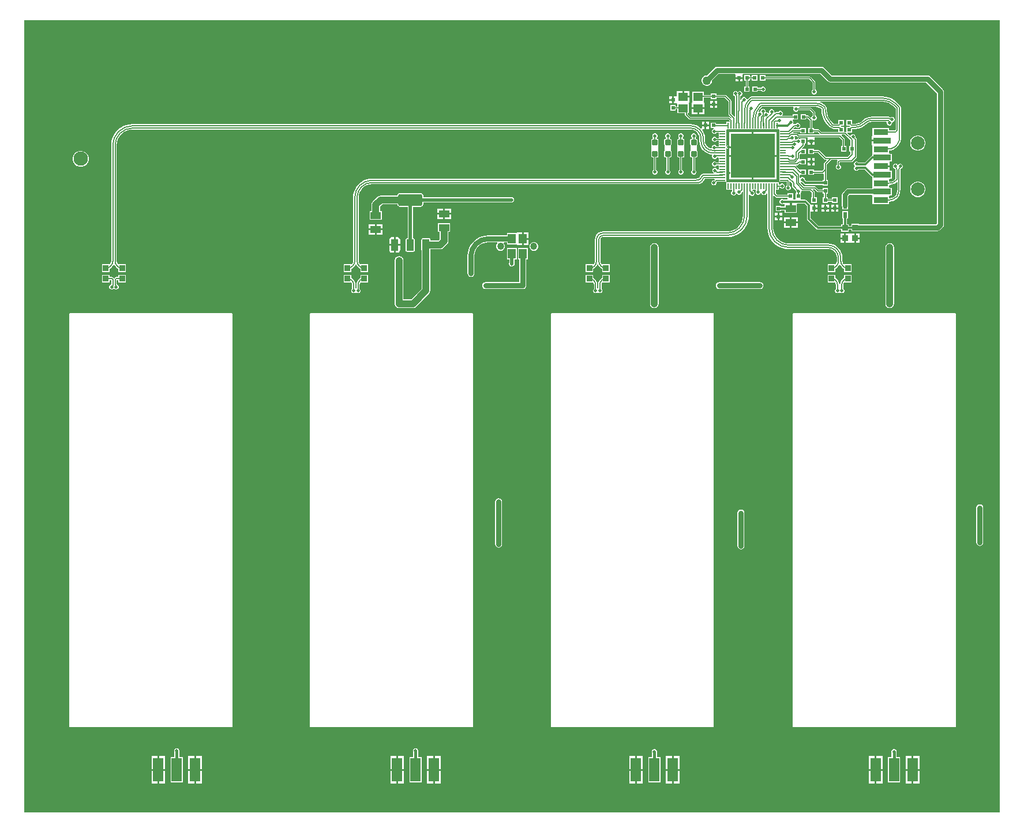
<source format=gtl>
G04*
G04 #@! TF.GenerationSoftware,Altium Limited,Altium Designer,22.11.1 (43)*
G04*
G04 Layer_Physical_Order=1*
G04 Layer_Color=255*
%FSLAX25Y25*%
%MOIN*%
G70*
G04*
G04 #@! TF.SameCoordinates,C5D6164D-5D78-48BC-AB56-747E864F78F7*
G04*
G04*
G04 #@! TF.FilePolarity,Positive*
G04*
G01*
G75*
%ADD11C,0.00500*%
%ADD13C,0.01968*%
%ADD15C,0.01200*%
%ADD17C,0.01000*%
%ADD41C,0.02953*%
%ADD42C,0.00829*%
%ADD43C,0.00733*%
%ADD44R,0.03347X0.03347*%
G04:AMPARAMS|DCode=45|XSize=137.8mil|YSize=68.9mil|CornerRadius=8.61mil|HoleSize=0mil|Usage=FLASHONLY|Rotation=0.000|XOffset=0mil|YOffset=0mil|HoleType=Round|Shape=RoundedRectangle|*
%AMROUNDEDRECTD45*
21,1,0.13780,0.05167,0,0,0.0*
21,1,0.12057,0.06890,0,0,0.0*
1,1,0.01722,0.06029,-0.02584*
1,1,0.01722,-0.06029,-0.02584*
1,1,0.01722,-0.06029,0.02584*
1,1,0.01722,0.06029,0.02584*
%
%ADD45ROUNDEDRECTD45*%
G04:AMPARAMS|DCode=46|XSize=43.31mil|YSize=68.9mil|CornerRadius=5.41mil|HoleSize=0mil|Usage=FLASHONLY|Rotation=0.000|XOffset=0mil|YOffset=0mil|HoleType=Round|Shape=RoundedRectangle|*
%AMROUNDEDRECTD46*
21,1,0.04331,0.05807,0,0,0.0*
21,1,0.03248,0.06890,0,0,0.0*
1,1,0.01083,0.01624,-0.02904*
1,1,0.01083,-0.01624,-0.02904*
1,1,0.01083,-0.01624,0.02904*
1,1,0.01083,0.01624,0.02904*
%
%ADD46ROUNDEDRECTD46*%
G04:AMPARAMS|DCode=47|XSize=43.31mil|YSize=68.9mil|CornerRadius=5.41mil|HoleSize=0mil|Usage=FLASHONLY|Rotation=0.000|XOffset=0mil|YOffset=0mil|HoleType=Round|Shape=RoundedRectangle|*
%AMROUNDEDRECTD47*
21,1,0.04331,0.05807,0,0,0.0*
21,1,0.03248,0.06890,0,0,0.0*
1,1,0.01083,0.01624,-0.02904*
1,1,0.01083,-0.01624,-0.02904*
1,1,0.01083,-0.01624,0.02904*
1,1,0.01083,0.01624,0.02904*
%
%ADD47ROUNDEDRECTD47*%
%ADD48R,0.06000X0.04000*%
%ADD49R,0.05906X0.13780*%
%ADD50R,0.04528X0.05512*%
%ADD51R,0.05512X0.04724*%
%ADD52R,0.02165X0.02165*%
%ADD53R,0.02165X0.02165*%
G04:AMPARAMS|DCode=54|XSize=31.5mil|YSize=31.5mil|CornerRadius=3.94mil|HoleSize=0mil|Usage=FLASHONLY|Rotation=90.000|XOffset=0mil|YOffset=0mil|HoleType=Round|Shape=RoundedRectangle|*
%AMROUNDEDRECTD54*
21,1,0.03150,0.02362,0,0,90.0*
21,1,0.02362,0.03150,0,0,90.0*
1,1,0.00787,0.01181,0.01181*
1,1,0.00787,0.01181,-0.01181*
1,1,0.00787,-0.01181,-0.01181*
1,1,0.00787,-0.01181,0.01181*
%
%ADD54ROUNDEDRECTD54*%
%ADD55R,0.08465X0.03543*%
%ADD56R,0.10236X0.03543*%
%ADD57R,0.25394X0.25394*%
%ADD58R,0.03347X0.00787*%
%ADD59R,0.00787X0.03347*%
%ADD60R,0.02362X0.03347*%
%ADD61C,0.03937*%
%ADD62C,0.01825*%
%ADD63C,0.01241*%
%ADD64C,0.00800*%
%ADD65C,0.02500*%
%ADD66C,0.04055*%
G04:AMPARAMS|DCode=67|XSize=82.68mil|YSize=82.68mil|CornerRadius=20.67mil|HoleSize=0mil|Usage=FLASHONLY|Rotation=270.000|XOffset=0mil|YOffset=0mil|HoleType=Round|Shape=RoundedRectangle|*
%AMROUNDEDRECTD67*
21,1,0.08268,0.04134,0,0,270.0*
21,1,0.04134,0.08268,0,0,270.0*
1,1,0.04134,-0.02067,-0.02067*
1,1,0.04134,-0.02067,0.02067*
1,1,0.04134,0.02067,0.02067*
1,1,0.04134,0.02067,-0.02067*
%
%ADD67ROUNDEDRECTD67*%
%ADD68C,0.08268*%
%ADD69O,0.13386X0.09921*%
%ADD70C,0.07874*%
%ADD71R,0.19685X0.19685*%
%ADD72C,0.01968*%
%ADD73C,0.05000*%
G36*
X550500Y-13000D02*
X-13000D01*
Y445000D01*
X550500D01*
Y-13000D01*
D02*
G37*
%LPC*%
G36*
X410565Y413083D02*
X407400D01*
Y412265D01*
X406165D01*
Y413083D01*
X403000D01*
Y409917D01*
X403818D01*
Y406583D01*
X402900D01*
Y403417D01*
X406065D01*
Y406583D01*
X405347D01*
Y409917D01*
X406165D01*
Y410735D01*
X407400D01*
Y409917D01*
X410565D01*
Y413083D01*
D02*
G37*
G36*
X402065Y411000D02*
X400483D01*
Y409417D01*
X402065D01*
Y411000D01*
D02*
G37*
G36*
X399483D02*
X397900D01*
Y409417D01*
X399483D01*
Y411000D01*
D02*
G37*
G36*
X410665Y406583D02*
X407500D01*
Y403417D01*
X410665D01*
Y404235D01*
X412493D01*
X412525Y404159D01*
X412942Y403742D01*
X413487Y403516D01*
X414078D01*
X414623Y403742D01*
X415041Y404159D01*
X415267Y404705D01*
Y405295D01*
X415041Y405841D01*
X414623Y406258D01*
X414078Y406484D01*
X413487D01*
X412942Y406258D01*
X412525Y405841D01*
X412493Y405765D01*
X410665D01*
Y406583D01*
D02*
G37*
G36*
X415165Y413083D02*
X412000D01*
Y409917D01*
X415165D01*
Y410735D01*
X440466D01*
X442518Y408683D01*
Y404790D01*
X442442Y404758D01*
X442025Y404341D01*
X441798Y403795D01*
Y403205D01*
X442025Y402659D01*
X442442Y402242D01*
X442987Y402016D01*
X443578D01*
X444124Y402242D01*
X444541Y402659D01*
X444767Y403205D01*
Y403795D01*
X444541Y404341D01*
X444124Y404758D01*
X444047Y404790D01*
Y409000D01*
X443989Y409293D01*
X443823Y409541D01*
X443823Y409541D01*
X441324Y412041D01*
X441075Y412207D01*
X440783Y412265D01*
X415165D01*
Y413083D01*
D02*
G37*
G36*
X371397Y404012D02*
X368141D01*
Y401150D01*
X371397D01*
Y404012D01*
D02*
G37*
G36*
X361283Y400883D02*
X359700D01*
Y399300D01*
X361283D01*
Y400883D01*
D02*
G37*
G36*
Y398300D02*
X359700D01*
Y396717D01*
X361283D01*
Y398300D01*
D02*
G37*
G36*
X387365Y398283D02*
X385783D01*
Y396700D01*
X387365D01*
Y398283D01*
D02*
G37*
G36*
X384783D02*
X383200D01*
Y396700D01*
X384783D01*
Y398283D01*
D02*
G37*
G36*
X387365Y395700D02*
X385783D01*
Y394117D01*
X387365D01*
Y395700D01*
D02*
G37*
G36*
X384783D02*
X383200D01*
Y394117D01*
X384783D01*
Y395700D01*
D02*
G37*
G36*
X380058Y393457D02*
X376802D01*
Y390595D01*
X380058D01*
Y393457D01*
D02*
G37*
G36*
X375802D02*
X372547D01*
Y390595D01*
X375802D01*
Y393457D01*
D02*
G37*
G36*
X382616Y386181D02*
X381033D01*
Y384598D01*
X382616D01*
Y386181D01*
D02*
G37*
G36*
X380033D02*
X378451D01*
Y384598D01*
X380033D01*
Y386181D01*
D02*
G37*
G36*
X382616Y383598D02*
X381033D01*
Y382015D01*
X382616D01*
Y383598D01*
D02*
G37*
G36*
X447533Y418015D02*
X387283D01*
X386511Y417862D01*
X385858Y417425D01*
X381433Y413000D01*
X380888D01*
X380125Y412796D01*
X379441Y412401D01*
X378882Y411842D01*
X378487Y411158D01*
X378283Y410395D01*
Y409605D01*
X378487Y408842D01*
X378882Y408158D01*
X379441Y407599D01*
X380125Y407204D01*
X380888Y407000D01*
X381678D01*
X382441Y407204D01*
X383125Y407599D01*
X383683Y408158D01*
X384078Y408842D01*
X384283Y409605D01*
Y410150D01*
X388117Y413985D01*
X397664D01*
X397900Y413583D01*
X397900Y413485D01*
Y412000D01*
X402065D01*
Y413485D01*
X402065Y413583D01*
X402301Y413985D01*
X446698D01*
X451108Y409575D01*
X451761Y409138D01*
X452533Y408985D01*
X507948D01*
X514268Y402665D01*
Y327516D01*
X513718Y326967D01*
X469158D01*
Y327125D01*
X464812D01*
Y326032D01*
X463379D01*
Y327043D01*
X462308D01*
Y330070D01*
X462849D01*
Y334417D01*
X459487D01*
Y330070D01*
X460065D01*
Y327043D01*
X459032D01*
Y325991D01*
X445878D01*
X441404Y330465D01*
Y334117D01*
X442783D01*
Y336200D01*
Y338283D01*
X441348D01*
X441319Y338429D01*
X441076Y338793D01*
X441076Y338793D01*
X439076Y340793D01*
X438712Y341036D01*
X438283Y341122D01*
X438283Y341122D01*
X435836D01*
X435677Y341556D01*
X435677Y341621D01*
Y344722D01*
X435677Y344722D01*
X435567Y345221D01*
X435767Y345705D01*
Y346141D01*
X435964Y346302D01*
X436158Y346393D01*
X436229Y346411D01*
X436404Y346293D01*
X436697Y346235D01*
X436697Y346235D01*
X440966D01*
X442018Y345183D01*
Y342383D01*
X441700D01*
Y339217D01*
X444865D01*
Y342383D01*
X443547D01*
Y345500D01*
X443489Y345793D01*
X443324Y346041D01*
X442591Y346773D01*
X442782Y347235D01*
X443466D01*
X445042Y345659D01*
X445042Y345659D01*
X445290Y345494D01*
X445583Y345435D01*
X448200D01*
Y344617D01*
X449018D01*
Y342383D01*
X448200D01*
Y339217D01*
X451365D01*
Y340035D01*
X453700D01*
Y339217D01*
X456865D01*
Y342383D01*
X453700D01*
Y341565D01*
X451365D01*
Y342383D01*
X450548D01*
Y344617D01*
X451365D01*
Y347783D01*
X448200D01*
Y346965D01*
X445899D01*
X444323Y348541D01*
X444075Y348707D01*
X443783Y348765D01*
X437428D01*
X435320Y350873D01*
X435346Y351003D01*
X435431Y351077D01*
X435906Y351256D01*
X436270Y351105D01*
X436463D01*
X437562Y350007D01*
X437562Y350007D01*
X437926Y349764D01*
X438355Y349678D01*
X438355Y349678D01*
X448200D01*
Y349217D01*
X451365D01*
Y352383D01*
X450548D01*
Y358500D01*
Y361683D01*
X453099Y364235D01*
X456730D01*
X456937Y363735D01*
X456742Y363541D01*
X456576Y363293D01*
X456518Y363000D01*
Y361290D01*
X456442Y361258D01*
X456025Y360841D01*
X455798Y360295D01*
Y359705D01*
X456025Y359159D01*
X456442Y358742D01*
X456987Y358516D01*
X457578D01*
X458123Y358742D01*
X458541Y359159D01*
X458767Y359705D01*
Y360295D01*
X458541Y360841D01*
X458123Y361258D01*
X458047Y361290D01*
Y362683D01*
X458100Y362735D01*
X464783D01*
X465075Y362793D01*
X465323Y362959D01*
X467823Y365459D01*
X467824Y365459D01*
X467989Y365707D01*
X468048Y366000D01*
Y376000D01*
X467989Y376293D01*
X467824Y376541D01*
X467236Y377129D01*
X467267Y377205D01*
Y377795D01*
X467041Y378341D01*
X466623Y378758D01*
X466078Y378984D01*
X465487D01*
X464942Y378758D01*
X464525Y378341D01*
X464452Y378166D01*
X463863Y378049D01*
X462494Y379417D01*
X462701Y379917D01*
X465165D01*
Y381967D01*
X465217Y381989D01*
Y382000D01*
X466904D01*
Y381973D01*
X468672Y382147D01*
X470371Y382663D01*
X471938Y383500D01*
X473311Y384627D01*
X473311Y384627D01*
X473675Y384955D01*
X474350Y385473D01*
X475583Y385983D01*
X476873Y386153D01*
X476906Y386147D01*
X485038D01*
X485315Y385731D01*
X485298Y385690D01*
Y385100D01*
X485525Y384554D01*
X485942Y384137D01*
X486487Y383911D01*
X487078D01*
X487624Y384137D01*
X488041Y384554D01*
X488267Y385100D01*
Y385690D01*
X488484Y386016D01*
X488578D01*
X489123Y386242D01*
X489541Y386659D01*
X489767Y387205D01*
Y387795D01*
X489541Y388341D01*
X489123Y388758D01*
X488578Y388984D01*
X487988D01*
X487442Y388758D01*
X487388Y388705D01*
X486905Y389028D01*
X486216Y389165D01*
Y389147D01*
X476899D01*
Y389169D01*
X475317Y389013D01*
X473797Y388552D01*
X472395Y387803D01*
X471167Y386794D01*
X471167Y386794D01*
X470801Y386470D01*
X470258Y386024D01*
X469211Y385465D01*
X468075Y385120D01*
X466894Y385004D01*
Y385000D01*
X465217D01*
Y385012D01*
X465165Y385033D01*
Y387083D01*
X462000D01*
Y383917D01*
X463282D01*
X463742Y383821D01*
X463848Y383750D01*
Y383250D01*
X463742Y383179D01*
X463282Y383083D01*
X462000D01*
Y380556D01*
X461875Y380440D01*
X461500Y380231D01*
X461330Y380265D01*
X460565D01*
Y383083D01*
X459152D01*
X459080Y383116D01*
X458924Y383706D01*
X459063Y383917D01*
X460565D01*
Y387083D01*
X457400D01*
Y385033D01*
X454651D01*
X454559Y385071D01*
X453546Y386084D01*
X453500Y386115D01*
X452277Y387606D01*
X451344Y389350D01*
X450770Y391243D01*
X450594Y393032D01*
X450607Y393524D01*
X450605Y393607D01*
X450508Y394347D01*
X450223Y395036D01*
X449974Y395360D01*
X449929Y395442D01*
X449811Y395582D01*
X449735Y395673D01*
X449713Y395692D01*
X449651Y395785D01*
X449465Y395915D01*
X449465Y395915D01*
X449046Y396258D01*
X447472Y397100D01*
X446924Y397266D01*
X446998Y397766D01*
X482660D01*
X482697Y397773D01*
X484441Y397602D01*
X486153Y397082D01*
X487731Y396239D01*
X489086Y395127D01*
X489107Y395096D01*
X490419Y393784D01*
Y381667D01*
X490371Y381551D01*
X490371Y381551D01*
X490239Y381340D01*
X490153Y381228D01*
X490093Y381084D01*
X490057Y381069D01*
X489477Y381069D01*
X486495D01*
Y382457D01*
X477031D01*
Y378035D01*
X476531D01*
Y375764D01*
X482649D01*
Y374764D01*
X476531D01*
Y372492D01*
X477031D01*
Y368193D01*
X477031Y368071D01*
Y367693D01*
X477031Y367571D01*
Y367039D01*
X476910Y366564D01*
X476473Y366477D01*
X476102Y366229D01*
X472432Y362559D01*
X469048D01*
X469041Y362575D01*
X468623Y362993D01*
X468078Y363219D01*
X467487D01*
X466942Y362993D01*
X466525Y362575D01*
X466298Y362030D01*
Y361439D01*
X466525Y360894D01*
X466918Y360500D01*
X466525Y360107D01*
X466298Y359561D01*
Y358971D01*
X466525Y358425D01*
X466942Y358008D01*
X467487Y357782D01*
X468078D01*
X468623Y358008D01*
X469041Y358425D01*
X469048Y358441D01*
X472432D01*
X476102Y354771D01*
X476473Y354523D01*
X476910Y354436D01*
X477031Y353961D01*
Y353429D01*
X477031Y353307D01*
Y352929D01*
X477031Y352807D01*
Y348508D01*
X477031Y348386D01*
Y348008D01*
X476706Y347521D01*
X463019D01*
X462336Y347385D01*
X461757Y346998D01*
X461757Y346998D01*
X459906Y345147D01*
X459519Y344568D01*
X459383Y343885D01*
Y337558D01*
X459487Y337039D01*
Y335385D01*
X462849D01*
Y337040D01*
X462952Y337558D01*
Y343146D01*
X463758Y343952D01*
X476677D01*
X477031Y343599D01*
X477031Y343087D01*
X477031Y342965D01*
Y338543D01*
X486495D01*
Y339989D01*
X488467Y340347D01*
X488534Y340374D01*
X489413Y340640D01*
X490549Y341247D01*
X491544Y342064D01*
X491700Y342254D01*
X491742Y342305D01*
X491766Y342322D01*
X491786Y342350D01*
X491811Y342370D01*
X491811Y342370D01*
X491815Y342374D01*
X491985Y342639D01*
X492041Y342727D01*
X492049Y342766D01*
X492494Y343600D01*
X493039Y345395D01*
X493223Y347262D01*
X493193D01*
Y358528D01*
X493203D01*
X493290Y358961D01*
X493399D01*
X493945Y359187D01*
X494362Y359604D01*
X494588Y360150D01*
Y360740D01*
X494362Y361286D01*
X493945Y361703D01*
X493399Y361929D01*
X492809D01*
X492263Y361703D01*
X492029Y361469D01*
X491655Y361371D01*
X491394Y361488D01*
X491123Y361758D01*
X490578Y361984D01*
X489988D01*
X489442Y361758D01*
X489024Y361341D01*
X488799Y360795D01*
Y360205D01*
X489024Y359659D01*
X489442Y359242D01*
X489988Y359016D01*
X490097D01*
X490184Y358583D01*
X490193D01*
Y353622D01*
X490192Y353144D01*
X489893Y352745D01*
X489815Y352643D01*
X488934Y351967D01*
X487908Y351542D01*
X486988Y351421D01*
X486495Y351751D01*
Y352807D01*
X486495Y352929D01*
X486790Y353307D01*
X488267D01*
Y357851D01*
X486995D01*
Y360000D01*
X481763D01*
Y361000D01*
X486995D01*
Y363150D01*
X488267D01*
Y367693D01*
X486790D01*
X486495Y368071D01*
X486495Y368193D01*
Y369487D01*
X487428Y369579D01*
X488858Y370012D01*
X490176Y370717D01*
X491331Y371665D01*
X492279Y372820D01*
X492984Y374138D01*
X493128Y374613D01*
X493173Y374755D01*
X493348Y375192D01*
X493348D01*
X493348Y375193D01*
X493359Y375327D01*
X493364Y375366D01*
X493359Y375327D01*
X493433Y375802D01*
X493419D01*
Y394153D01*
X493443D01*
X493281Y394969D01*
X492818Y395661D01*
X492802Y395644D01*
X491225Y397220D01*
X491239Y397235D01*
X489792Y398471D01*
X488170Y399465D01*
X486412Y400193D01*
X484562Y400637D01*
X482665Y400787D01*
Y400766D01*
X482664Y400766D01*
X407299D01*
Y400790D01*
X406483Y400628D01*
X405791Y400166D01*
X405791Y400166D01*
X405455Y399795D01*
X404842Y399183D01*
X404842Y399183D01*
X404825Y399200D01*
X404767Y399129D01*
X404267Y399295D01*
X404041Y399841D01*
X403623Y400258D01*
X403078Y400484D01*
X402488D01*
X401942Y400258D01*
X401524Y399841D01*
X401299Y399295D01*
Y398919D01*
X401144Y398793D01*
X400643Y399030D01*
Y400961D01*
X400673D01*
X401219Y401187D01*
X401636Y401604D01*
X401862Y402150D01*
Y402740D01*
X401636Y403286D01*
X401219Y403703D01*
X400673Y403929D01*
X400082D01*
X399537Y403703D01*
X399144Y403310D01*
X398750Y403703D01*
X398204Y403929D01*
X397614D01*
X397068Y403703D01*
X396651Y403286D01*
X396425Y402740D01*
Y402150D01*
X396651Y401604D01*
X397068Y401187D01*
X397614Y400961D01*
X397643D01*
Y393227D01*
X397621Y393116D01*
Y389325D01*
X397121Y389118D01*
X395413Y390826D01*
Y398138D01*
X395355Y398430D01*
X395189Y398678D01*
X392481Y401387D01*
X392233Y401553D01*
X391940Y401611D01*
X386865D01*
Y402383D01*
X383700D01*
Y401611D01*
X379558D01*
Y403512D01*
X373046D01*
Y397819D01*
X373046Y397787D01*
X372970Y397319D01*
X372547D01*
Y394457D01*
X380058D01*
Y397319D01*
X379634D01*
X379558Y397787D01*
X379558Y397819D01*
Y400082D01*
X383700D01*
Y399217D01*
X386865D01*
Y400082D01*
X391623D01*
X393884Y397821D01*
Y390510D01*
X393942Y390217D01*
X394108Y389969D01*
X395639Y388438D01*
X395638Y388433D01*
X395624Y388420D01*
X395096Y388268D01*
X394823Y388541D01*
X394621Y388743D01*
X394373Y388909D01*
X394080Y388967D01*
X371897D01*
X370270Y390595D01*
X370345Y391094D01*
X370897D01*
Y396787D01*
X370897Y396819D01*
X370973Y397287D01*
X371397D01*
Y400150D01*
X367641D01*
Y400650D01*
X367141D01*
Y404012D01*
X363885D01*
Y401374D01*
X363865Y400883D01*
X363385Y400883D01*
X362283D01*
Y398800D01*
Y396717D01*
X363865D01*
Y396796D01*
X363869Y396879D01*
X363911Y396882D01*
X363929Y396878D01*
X364385Y396409D01*
Y394965D01*
X363365D01*
Y395783D01*
X360200D01*
Y392617D01*
X363365D01*
Y393435D01*
X364385D01*
Y391094D01*
X368687D01*
Y390331D01*
X368745Y390038D01*
X368911Y389790D01*
X371039Y387662D01*
X371287Y387496D01*
X371580Y387438D01*
X371580Y387438D01*
X393763D01*
X394193Y387009D01*
X394420Y386782D01*
Y386193D01*
X392716D01*
Y384785D01*
X386716D01*
Y385681D01*
X383551D01*
Y382515D01*
X385134D01*
X385233Y382015D01*
X384884Y381871D01*
X384466Y381453D01*
X384240Y380908D01*
Y380317D01*
X384466Y379772D01*
X384884Y379354D01*
X385429Y379128D01*
X386020D01*
X386565Y379354D01*
X386983Y379772D01*
X387027Y379878D01*
X388090D01*
Y376713D01*
X387094D01*
X387041Y376841D01*
X386624Y377258D01*
X386078Y377484D01*
X385488D01*
X384942Y377258D01*
X384524Y376841D01*
X384298Y376295D01*
Y375705D01*
X384524Y375159D01*
X384942Y374742D01*
X385488Y374516D01*
X386078D01*
X386624Y374742D01*
X387041Y375159D01*
X387051Y375184D01*
X388090D01*
Y371997D01*
X386939D01*
X386904Y372083D01*
X386486Y372501D01*
X385941Y372727D01*
X385350D01*
X384805Y372501D01*
X384387Y372083D01*
X384161Y371538D01*
Y371140D01*
X383769Y370687D01*
X383478Y370725D01*
X382430Y371160D01*
X381530Y371850D01*
X380839Y372750D01*
X380405Y373798D01*
X380259Y374908D01*
X380262Y374923D01*
Y376500D01*
X380284D01*
X380125Y378116D01*
X379653Y379670D01*
X378888Y381102D01*
X378549Y381515D01*
X378785Y382015D01*
X380033D01*
Y383598D01*
X378451D01*
Y382423D01*
X377951Y382244D01*
X377858Y382358D01*
X376602Y383388D01*
X375170Y384153D01*
X373616Y384625D01*
X372000Y384784D01*
Y384762D01*
X49415D01*
Y384782D01*
X47493Y384631D01*
X45619Y384181D01*
X43839Y383443D01*
X42195Y382436D01*
X40730Y381185D01*
X39478Y379719D01*
X38471Y378076D01*
X37734Y376295D01*
X37284Y374421D01*
X37133Y372500D01*
X37153D01*
Y305637D01*
X37148D01*
X37040Y304822D01*
X36726Y304063D01*
X36610Y303911D01*
X36173Y303724D01*
X36173Y303724D01*
X36173Y303724D01*
X31827D01*
Y299378D01*
X36173D01*
Y301125D01*
X36522Y301269D01*
X37566Y302070D01*
X38368Y303115D01*
X38500Y303435D01*
X39000D01*
X39132Y303115D01*
X39934Y302070D01*
X40978Y301269D01*
X41327Y301125D01*
Y299378D01*
X45673D01*
Y303724D01*
X41327D01*
X41327Y303724D01*
Y303724D01*
X40894Y303906D01*
X40774Y304063D01*
X40460Y304822D01*
X40352Y305637D01*
X40347D01*
Y372500D01*
X40339Y372539D01*
X40510Y374271D01*
X41027Y375974D01*
X41866Y377544D01*
X42995Y378920D01*
X44371Y380049D01*
X45940Y380888D01*
X47644Y381405D01*
X49376Y381575D01*
X49415Y381567D01*
X372000D01*
X372034Y381574D01*
X373314Y381406D01*
X374539Y380898D01*
X375591Y380091D01*
X376398Y379039D01*
X376906Y377815D01*
X377074Y376534D01*
X377067Y376500D01*
Y374923D01*
X377048D01*
X377198Y373401D01*
X377642Y371938D01*
X378362Y370589D01*
X379332Y369407D01*
X380515Y368437D01*
X381863Y367716D01*
X383327Y367272D01*
X384111Y367195D01*
X384405Y366664D01*
X384300Y366411D01*
Y365821D01*
X384526Y365275D01*
X384944Y364858D01*
X385489Y364632D01*
X386080D01*
X386625Y364858D01*
X387043Y365275D01*
X387183Y365614D01*
X387590Y365695D01*
X387659Y365682D01*
X387915Y365508D01*
X388090Y365308D01*
Y362538D01*
X387091D01*
X387056Y362623D01*
X386638Y363040D01*
X386093Y363266D01*
X385503D01*
X384957Y363040D01*
X384540Y362623D01*
X384314Y362077D01*
Y361487D01*
X384540Y360941D01*
X384957Y360524D01*
X385503Y360297D01*
X386093D01*
X386638Y360524D01*
X387056Y360941D01*
X387084Y361009D01*
X388090D01*
Y358498D01*
X387590Y358227D01*
X387484Y358295D01*
X387258Y358841D01*
X386841Y359258D01*
X386295Y359484D01*
X385705D01*
X385159Y359258D01*
X384742Y358841D01*
X384516Y358295D01*
Y357705D01*
X384742Y357159D01*
X385115Y356786D01*
X385088Y356579D01*
X384961Y356286D01*
X380080D01*
X380080Y356286D01*
Y356295D01*
X379278Y356189D01*
X378530Y355880D01*
X377888Y355387D01*
X377396Y354745D01*
X377328Y354583D01*
X377298Y354542D01*
X377184Y354308D01*
X376968Y353897D01*
X376941Y353886D01*
X376927Y353851D01*
X376796Y353751D01*
X376186Y353498D01*
X375918Y353387D01*
X374976Y353263D01*
Y353262D01*
X187798D01*
Y353278D01*
X186099Y353144D01*
X184442Y352746D01*
X182867Y352094D01*
X181414Y351203D01*
X180118Y350097D01*
X179011Y348801D01*
X178121Y347348D01*
X177469Y345773D01*
X177071Y344116D01*
X176937Y342417D01*
X176953D01*
Y305704D01*
X176948D01*
X176839Y304872D01*
X176517Y304096D01*
X176358Y303889D01*
X175906Y303724D01*
X175906Y303724D01*
X175906Y303724D01*
X171560D01*
Y299378D01*
X175906D01*
Y301119D01*
X176288Y301277D01*
X177347Y302090D01*
X178159Y303148D01*
X178300Y303489D01*
X178800D01*
X178941Y303148D01*
X179753Y302090D01*
X180812Y301277D01*
X181194Y301119D01*
Y299378D01*
X185541D01*
Y303724D01*
X181194D01*
X181194Y303724D01*
Y303724D01*
X180747Y303882D01*
X180583Y304096D01*
X180262Y304872D01*
X180152Y305704D01*
X180148D01*
Y342417D01*
X180144Y342433D01*
X180290Y343911D01*
X180725Y345347D01*
X181433Y346670D01*
X182385Y347830D01*
X183545Y348782D01*
X184868Y349489D01*
X186304Y349925D01*
X187782Y350071D01*
X187798Y350067D01*
X376682D01*
Y350051D01*
X377362Y350186D01*
X377655Y350382D01*
X377750Y350428D01*
X378420Y350937D01*
X378424Y350941D01*
X378429Y350943D01*
X378941Y351341D01*
X378999Y351408D01*
X379237Y351590D01*
X379729Y352232D01*
X379797Y352395D01*
X379827Y352435D01*
X380135Y353071D01*
X380184Y353091D01*
X380184Y353092D01*
X385558D01*
X385810Y352595D01*
X385806Y352589D01*
X385591Y352357D01*
X385077D01*
X384532Y352131D01*
X384114Y351714D01*
X383888Y351168D01*
Y350578D01*
X384114Y350032D01*
X384532Y349615D01*
X385077Y349389D01*
X385668D01*
X386213Y349615D01*
X386631Y350032D01*
X386857Y350578D01*
Y351168D01*
X386825Y351244D01*
X387158Y351577D01*
X388090D01*
Y351433D01*
X391994Y351433D01*
X392151Y351433D01*
X392273Y351401D01*
X392494Y351315D01*
X392554Y351271D01*
X392598Y351211D01*
X392683Y350991D01*
X392716Y350869D01*
X392716Y350712D01*
X392716Y346807D01*
X396006D01*
Y346285D01*
X395942Y346258D01*
X395525Y345841D01*
X395299Y345295D01*
Y344705D01*
X395525Y344159D01*
X395942Y343742D01*
X396487Y343516D01*
X397078D01*
X397623Y343742D01*
X398041Y344159D01*
X398224Y344602D01*
X398609Y344669D01*
X398746Y344655D01*
X399159Y344242D01*
X399705Y344016D01*
X400295D01*
X400841Y344242D01*
X401258Y344659D01*
X401484Y345205D01*
Y345537D01*
X401626Y345644D01*
X402126Y345395D01*
Y331829D01*
X402134Y331790D01*
X401963Y330058D01*
X401446Y328355D01*
X400607Y326785D01*
X399478Y325410D01*
X398102Y324281D01*
X396533Y323442D01*
X394830Y322925D01*
X393097Y322754D01*
X393058Y322762D01*
X321415D01*
Y322785D01*
X320176Y322622D01*
X319022Y322144D01*
X318031Y321384D01*
X317271Y320392D01*
X316793Y319238D01*
X316630Y318000D01*
X316653D01*
Y305637D01*
X316648D01*
X316540Y304822D01*
X316226Y304063D01*
X316110Y303911D01*
X315673Y303724D01*
X315673Y303724D01*
X315673Y303724D01*
X311327D01*
Y299378D01*
X315673D01*
Y301125D01*
X316022Y301269D01*
X317066Y302070D01*
X317867Y303115D01*
X318000Y303435D01*
X318500D01*
X318633Y303115D01*
X319434Y302070D01*
X320478Y301269D01*
X320827Y301125D01*
Y299378D01*
X325173D01*
Y303724D01*
X320827D01*
X320827Y303724D01*
Y303724D01*
X320394Y303906D01*
X320274Y304063D01*
X319960Y304822D01*
X319852Y305637D01*
X319847D01*
Y318000D01*
X319849D01*
X319969Y318599D01*
X320308Y319107D01*
X320816Y319446D01*
X321415Y319565D01*
Y319567D01*
X393304D01*
Y319547D01*
X395225Y319699D01*
X397099Y320149D01*
X398880Y320886D01*
X400523Y321893D01*
X401988Y323145D01*
X403240Y324610D01*
X404247Y326254D01*
X404985Y328034D01*
X405435Y329908D01*
X405586Y331829D01*
X405566D01*
Y344217D01*
X406066Y344317D01*
X406206Y343980D01*
X406623Y343562D01*
X407169Y343336D01*
X407759D01*
X408305Y343562D01*
X408722Y343980D01*
X408948Y344525D01*
Y345115D01*
X408722Y345661D01*
X408305Y346078D01*
X407759Y346304D01*
X407664D01*
X407596Y346405D01*
X407799Y346807D01*
X409462D01*
X409669Y346307D01*
X409667Y346305D01*
X409441Y345759D01*
Y345169D01*
X409667Y344623D01*
X410085Y344206D01*
X410630Y343980D01*
X411221D01*
X411766Y344206D01*
X412184Y344623D01*
X412314Y344938D01*
X412701Y344916D01*
X412829Y344874D01*
X413040Y344364D01*
X413458Y343947D01*
X414003Y343721D01*
X414594D01*
X415139Y343947D01*
X415557Y344364D01*
X415783Y344910D01*
Y345113D01*
X415799Y345124D01*
X416299Y344856D01*
Y324829D01*
X416279D01*
X416430Y322908D01*
X416880Y321034D01*
X417618Y319253D01*
X418625Y317610D01*
X419876Y316145D01*
X421342Y314893D01*
X422985Y313886D01*
X424766Y313149D01*
X426640Y312699D01*
X428561Y312547D01*
Y312567D01*
X451390D01*
X451424Y312574D01*
X452704Y312406D01*
X453929Y311898D01*
X454981Y311091D01*
X455788Y310039D01*
X456296Y308815D01*
X456464Y307534D01*
X456457Y307500D01*
Y305614D01*
X456452D01*
X456346Y304806D01*
X456033Y304052D01*
X455931Y303919D01*
X455500Y303724D01*
X455500Y303724D01*
X455500Y303724D01*
X451154D01*
Y299378D01*
X455500D01*
Y301127D01*
X455837Y301266D01*
X456877Y302064D01*
X457675Y303104D01*
X457805Y303417D01*
X458305D01*
X458434Y303104D01*
X459232Y302064D01*
X460272Y301266D01*
X460609Y301127D01*
Y299378D01*
X464956D01*
Y303724D01*
X460609D01*
X460609Y303724D01*
Y303724D01*
X460182Y303914D01*
X460076Y304052D01*
X459764Y304806D01*
X459657Y305614D01*
X459652D01*
Y307500D01*
X459674D01*
X459515Y309116D01*
X459043Y310670D01*
X458278Y312102D01*
X457248Y313358D01*
X455992Y314388D01*
X454560Y315153D01*
X453006Y315625D01*
X451390Y315784D01*
Y315762D01*
X428806D01*
X428767Y315754D01*
X427035Y315925D01*
X425332Y316441D01*
X423762Y317281D01*
X422387Y318409D01*
X421257Y319785D01*
X420418Y321355D01*
X419902Y323058D01*
X419731Y324790D01*
X419739Y324829D01*
Y343255D01*
X420239Y343462D01*
X421103Y342598D01*
X421351Y342432D01*
X421644Y342374D01*
X427912D01*
Y341621D01*
X427912Y341556D01*
X427754Y341122D01*
X425760D01*
X425624Y341258D01*
X425078Y341484D01*
X424487D01*
X423942Y341258D01*
X423525Y340841D01*
X423299Y340295D01*
Y339705D01*
X423525Y339159D01*
X423942Y338742D01*
X424487Y338516D01*
X425078D01*
X425624Y338742D01*
X426166Y338651D01*
X426283Y338500D01*
Y337097D01*
X424319D01*
Y337558D01*
X421153D01*
Y334393D01*
X424319D01*
Y334854D01*
X426283D01*
Y333500D01*
X433283D01*
Y338500D01*
X433576Y338878D01*
X437818D01*
X439161Y337535D01*
Y330000D01*
X439161Y330000D01*
X439247Y329571D01*
X439490Y329207D01*
X444620Y324076D01*
X444620Y324076D01*
X444984Y323833D01*
X445413Y323748D01*
X459032D01*
Y322696D01*
X463379D01*
Y323789D01*
X464812D01*
Y322779D01*
X469158D01*
Y322937D01*
X514553D01*
X515324Y323090D01*
X515978Y323527D01*
X517708Y325257D01*
X518144Y325910D01*
X518298Y326682D01*
Y403500D01*
X518144Y404271D01*
X517708Y404925D01*
X510208Y412425D01*
X509554Y412862D01*
X508783Y413015D01*
X453367D01*
X448958Y417425D01*
X448304Y417862D01*
X447533Y418015D01*
D02*
G37*
G36*
X503784Y378323D02*
X502616D01*
X501488Y378021D01*
X500476Y377436D01*
X499650Y376610D01*
X499065Y375599D01*
X498763Y374470D01*
Y373302D01*
X499065Y372173D01*
X499650Y371162D01*
X500476Y370335D01*
X501488Y369751D01*
X502616Y369449D01*
X503784D01*
X504913Y369751D01*
X505925Y370335D01*
X506751Y371162D01*
X507335Y372173D01*
X507637Y373302D01*
Y374470D01*
X507335Y375599D01*
X506751Y376610D01*
X505925Y377436D01*
X504913Y378021D01*
X503784Y378323D01*
D02*
G37*
G36*
X20110Y369354D02*
X18890D01*
X17711Y369039D01*
X16655Y368428D01*
X15792Y367566D01*
X15182Y366509D01*
X14866Y365331D01*
Y364110D01*
X15182Y362932D01*
X15792Y361875D01*
X16655Y361013D01*
X17711Y360402D01*
X18890Y360087D01*
X20110D01*
X21289Y360402D01*
X22345Y361013D01*
X23208Y361875D01*
X23818Y362932D01*
X24134Y364110D01*
Y365331D01*
X23818Y366509D01*
X23208Y367566D01*
X22345Y368428D01*
X21289Y369039D01*
X20110Y369354D01*
D02*
G37*
G36*
X366564Y379498D02*
X365974D01*
X365428Y379272D01*
X365011Y378855D01*
X364785Y378309D01*
Y377719D01*
X365011Y377173D01*
X365245Y376939D01*
X365097Y376515D01*
X365043Y376433D01*
X364722Y376370D01*
X364426Y376172D01*
X364228Y375876D01*
X364159Y375528D01*
Y373165D01*
X364228Y372817D01*
X364283Y372735D01*
Y369265D01*
X364228Y369184D01*
X364159Y368835D01*
Y366473D01*
X364228Y366124D01*
X364426Y365828D01*
X364722Y365631D01*
X365070Y365562D01*
X365518D01*
Y358408D01*
X365442Y358377D01*
X365024Y357959D01*
X364798Y357414D01*
Y356823D01*
X365024Y356278D01*
X365442Y355860D01*
X365987Y355634D01*
X366578D01*
X367124Y355860D01*
X367541Y356278D01*
X367767Y356823D01*
Y357414D01*
X367541Y357959D01*
X367124Y358377D01*
X367047Y358408D01*
Y365562D01*
X367432D01*
X367781Y365631D01*
X368077Y365828D01*
X368274Y366124D01*
X368344Y366473D01*
Y368835D01*
X368274Y369184D01*
X368220Y369265D01*
Y372735D01*
X368274Y372817D01*
X368344Y373165D01*
Y375528D01*
X368274Y375876D01*
X368077Y376172D01*
X367781Y376370D01*
X367489Y376428D01*
X367390Y376591D01*
X367293Y376939D01*
X367527Y377173D01*
X367753Y377719D01*
Y378309D01*
X367527Y378855D01*
X367110Y379272D01*
X366564Y379498D01*
D02*
G37*
G36*
X359078Y379484D02*
X358487D01*
X357942Y379258D01*
X357524Y378841D01*
X357298Y378295D01*
Y377705D01*
X357524Y377159D01*
X357745Y376939D01*
X357597Y376515D01*
X357543Y376433D01*
X357222Y376370D01*
X356926Y376172D01*
X356728Y375876D01*
X356659Y375528D01*
Y373165D01*
X356728Y372817D01*
X356783Y372735D01*
Y369265D01*
X356728Y369184D01*
X356659Y368835D01*
Y366473D01*
X356728Y366124D01*
X356926Y365828D01*
X357222Y365631D01*
X357570Y365562D01*
X358018D01*
Y358405D01*
X357942Y358374D01*
X357524Y357956D01*
X357298Y357411D01*
Y356820D01*
X357524Y356275D01*
X357942Y355857D01*
X358487Y355631D01*
X359078D01*
X359624Y355857D01*
X360041Y356275D01*
X360267Y356820D01*
Y357411D01*
X360041Y357956D01*
X359624Y358374D01*
X359547Y358405D01*
Y365562D01*
X359932D01*
X360281Y365631D01*
X360577Y365828D01*
X360774Y366124D01*
X360844Y366473D01*
Y368835D01*
X360774Y369184D01*
X360720Y369265D01*
Y372735D01*
X360774Y372817D01*
X360844Y373165D01*
Y375528D01*
X360774Y375876D01*
X360577Y376172D01*
X360281Y376370D01*
X360012Y376423D01*
X359886Y376645D01*
X359821Y376939D01*
X360041Y377159D01*
X360267Y377705D01*
Y378295D01*
X360041Y378841D01*
X359624Y379258D01*
X359078Y379484D01*
D02*
G37*
G36*
X351578D02*
X350987D01*
X350442Y379258D01*
X350024Y378841D01*
X349798Y378295D01*
Y377705D01*
X350024Y377159D01*
X350245Y376939D01*
X350097Y376515D01*
X350043Y376433D01*
X349722Y376370D01*
X349426Y376172D01*
X349228Y375876D01*
X349159Y375528D01*
Y373165D01*
X349228Y372817D01*
X349283Y372735D01*
Y369265D01*
X349228Y369184D01*
X349159Y368835D01*
Y366473D01*
X349228Y366124D01*
X349426Y365828D01*
X349722Y365631D01*
X350070Y365562D01*
X350518D01*
Y358398D01*
X350442Y358366D01*
X350024Y357949D01*
X349798Y357403D01*
Y356813D01*
X350024Y356267D01*
X350442Y355850D01*
X350987Y355624D01*
X351578D01*
X352123Y355850D01*
X352541Y356267D01*
X352767Y356813D01*
Y357403D01*
X352541Y357949D01*
X352123Y358366D01*
X352047Y358398D01*
Y365562D01*
X352432D01*
X352781Y365631D01*
X353077Y365828D01*
X353274Y366124D01*
X353344Y366473D01*
Y368835D01*
X353274Y369184D01*
X353220Y369265D01*
Y372735D01*
X353274Y372817D01*
X353344Y373165D01*
Y375528D01*
X353274Y375876D01*
X353077Y376172D01*
X352781Y376370D01*
X352512Y376423D01*
X352386Y376645D01*
X352321Y376939D01*
X352541Y377159D01*
X352767Y377705D01*
Y378295D01*
X352541Y378841D01*
X352123Y379258D01*
X351578Y379484D01*
D02*
G37*
G36*
X374078D02*
X373487D01*
X372942Y379258D01*
X372524Y378841D01*
X372298Y378295D01*
Y377705D01*
X372524Y377159D01*
X372745Y376939D01*
X372597Y376515D01*
X372543Y376433D01*
X372222Y376370D01*
X371926Y376172D01*
X371728Y375876D01*
X371659Y375528D01*
Y373165D01*
X371728Y372817D01*
X371783Y372735D01*
Y369265D01*
X371728Y369184D01*
X371659Y368835D01*
Y366473D01*
X371728Y366124D01*
X371926Y365828D01*
X372222Y365631D01*
X372570Y365562D01*
X373018D01*
Y358349D01*
X372942Y358317D01*
X372524Y357900D01*
X372298Y357354D01*
Y356764D01*
X372524Y356218D01*
X372942Y355801D01*
X373487Y355575D01*
X374078D01*
X374623Y355801D01*
X375041Y356218D01*
X375267Y356764D01*
Y357354D01*
X375041Y357900D01*
X374623Y358317D01*
X374547Y358349D01*
Y365562D01*
X374933D01*
X375281Y365631D01*
X375577Y365828D01*
X375774Y366124D01*
X375844Y366473D01*
Y368835D01*
X375774Y369184D01*
X375720Y369265D01*
Y372735D01*
X375774Y372817D01*
X375844Y373165D01*
Y375528D01*
X375774Y375876D01*
X375577Y376172D01*
X375281Y376370D01*
X375012Y376423D01*
X374886Y376645D01*
X374821Y376939D01*
X375041Y377159D01*
X375267Y377705D01*
Y378295D01*
X375041Y378841D01*
X374623Y379258D01*
X374078Y379484D01*
D02*
G37*
G36*
X503784Y351551D02*
X502616D01*
X501488Y351249D01*
X500476Y350665D01*
X499650Y349839D01*
X499065Y348827D01*
X498763Y347698D01*
Y346530D01*
X499065Y345402D01*
X499650Y344390D01*
X500476Y343564D01*
X501488Y342980D01*
X502616Y342677D01*
X503784D01*
X504913Y342980D01*
X505925Y343564D01*
X506751Y344390D01*
X507335Y345402D01*
X507637Y346530D01*
Y347698D01*
X507335Y348827D01*
X506751Y349839D01*
X505925Y350665D01*
X504913Y351249D01*
X503784Y351551D01*
D02*
G37*
G36*
X451865Y338283D02*
X450283D01*
Y336700D01*
X451865D01*
Y338283D01*
D02*
G37*
G36*
X449283D02*
X447700D01*
Y336700D01*
X449283D01*
Y338283D01*
D02*
G37*
G36*
X445365D02*
X443783D01*
Y336700D01*
X445365D01*
Y338283D01*
D02*
G37*
G36*
X457365Y338283D02*
X455783D01*
Y336700D01*
X457365D01*
Y338283D01*
D02*
G37*
G36*
X454783D02*
X453200D01*
Y336700D01*
X454783D01*
Y338283D01*
D02*
G37*
G36*
X451865Y335700D02*
X450283D01*
Y334117D01*
X451865D01*
Y335700D01*
D02*
G37*
G36*
X449283D02*
X447700D01*
Y334117D01*
X449283D01*
Y335700D01*
D02*
G37*
G36*
X445365Y335700D02*
X443783D01*
Y334117D01*
X445365D01*
Y335700D01*
D02*
G37*
G36*
X457365Y335700D02*
X455783D01*
Y334117D01*
X457365D01*
Y335700D01*
D02*
G37*
G36*
X454783D02*
X453200D01*
Y334117D01*
X454783D01*
Y335700D01*
D02*
G37*
G36*
X233500Y336000D02*
X230000D01*
Y333500D01*
X233500D01*
Y336000D01*
D02*
G37*
G36*
X229000D02*
X225500D01*
Y333500D01*
X229000D01*
Y336000D01*
D02*
G37*
G36*
X424819Y333458D02*
X423236D01*
Y331875D01*
X424819D01*
Y333458D01*
D02*
G37*
G36*
X422236D02*
X420653D01*
Y331875D01*
X422236D01*
Y333458D01*
D02*
G37*
G36*
X233500Y332500D02*
X230000D01*
Y330000D01*
X233500D01*
Y332500D01*
D02*
G37*
G36*
X229000D02*
X225500D01*
Y330000D01*
X229000D01*
Y332500D01*
D02*
G37*
G36*
X424819Y330875D02*
X423236D01*
Y329293D01*
X424819D01*
Y330875D01*
D02*
G37*
G36*
X422236D02*
X420653D01*
Y329293D01*
X422236D01*
Y330875D01*
D02*
G37*
G36*
X433783Y331000D02*
X430283D01*
Y328500D01*
X433783D01*
Y331000D01*
D02*
G37*
G36*
X429283D02*
X425783D01*
Y328500D01*
X429283D01*
Y331000D01*
D02*
G37*
G36*
X433783Y327500D02*
X430283D01*
Y325000D01*
X433783D01*
Y327500D01*
D02*
G37*
G36*
X429283D02*
X425783D01*
Y325000D01*
X429283D01*
Y327500D01*
D02*
G37*
G36*
X194000Y327000D02*
X190500D01*
Y324500D01*
X194000D01*
Y327000D01*
D02*
G37*
G36*
X189500D02*
X186000D01*
Y324500D01*
X189500D01*
Y327000D01*
D02*
G37*
G36*
X194000Y323500D02*
X190500D01*
Y321000D01*
X194000D01*
Y323500D01*
D02*
G37*
G36*
X189500D02*
X186000D01*
Y321000D01*
X189500D01*
Y323500D01*
D02*
G37*
G36*
X467485Y321523D02*
Y319350D01*
X469658D01*
Y321523D01*
X467485D01*
D02*
G37*
G36*
X460705Y321440D02*
X458532D01*
Y319267D01*
X460705D01*
Y321440D01*
D02*
G37*
G36*
X278264Y322256D02*
X275500D01*
Y319000D01*
X278264D01*
Y322256D01*
D02*
G37*
G36*
X229500Y327517D02*
X229415Y327500D01*
X226000D01*
Y322500D01*
X226983D01*
Y318349D01*
X226151Y317517D01*
X221741D01*
Y317911D01*
X221660Y318318D01*
X221430Y318662D01*
X221085Y318892D01*
X220679Y318973D01*
X217431D01*
X217025Y318892D01*
X216680Y318662D01*
X216450Y318318D01*
X216369Y317911D01*
Y312104D01*
X216450Y311698D01*
X216538Y311566D01*
Y289598D01*
X210457Y283517D01*
X206017D01*
Y306000D01*
X205825Y306963D01*
X205280Y307780D01*
X204463Y308325D01*
X203500Y308517D01*
X202537Y308325D01*
X201720Y307780D01*
X201175Y306963D01*
X200983Y306000D01*
Y281000D01*
X201175Y280037D01*
X201720Y279220D01*
X202537Y278675D01*
X203500Y278483D01*
X211500D01*
X212463Y278675D01*
X213280Y279220D01*
X220835Y286775D01*
X221380Y287592D01*
X221572Y288555D01*
Y311566D01*
X221660Y311698D01*
X221741Y312104D01*
Y312483D01*
X227194D01*
X228157Y312675D01*
X228973Y313220D01*
X231280Y315527D01*
X231825Y316343D01*
X232017Y317306D01*
Y322500D01*
X233000D01*
Y327500D01*
X229585D01*
X229500Y327517D01*
D02*
G37*
G36*
X469658Y318350D02*
X467485D01*
Y316176D01*
X469658D01*
Y318350D01*
D02*
G37*
G36*
X460705Y318267D02*
X458532D01*
Y316094D01*
X460705D01*
Y318267D01*
D02*
G37*
G36*
X464312Y321523D02*
X463846Y321440D01*
X463812Y321440D01*
X461705D01*
Y318767D01*
Y316094D01*
X463846D01*
X463879Y316094D01*
X464344Y316176D01*
X464379Y316176D01*
X466485D01*
Y318850D01*
Y321523D01*
X464344D01*
X464312Y321523D01*
D02*
G37*
G36*
X202569Y319483D02*
X201445D01*
Y315508D01*
X204140D01*
Y317911D01*
X204021Y318513D01*
X203680Y319023D01*
X203170Y319363D01*
X202569Y319483D01*
D02*
G37*
G36*
X200445D02*
X199321D01*
X198720Y319363D01*
X198210Y319023D01*
X197869Y318513D01*
X197749Y317911D01*
Y315508D01*
X200445D01*
Y319483D01*
D02*
G37*
G36*
X278264Y318000D02*
X275500D01*
Y314744D01*
X278264D01*
Y318000D01*
D02*
G37*
G36*
X274500Y322256D02*
X271736D01*
Y322143D01*
X271465Y321756D01*
X271236Y321756D01*
X265937D01*
Y320515D01*
X255000D01*
X254986Y320512D01*
X253121Y320366D01*
X251288Y319925D01*
X249546Y319204D01*
X247939Y318219D01*
X246505Y316995D01*
X245281Y315561D01*
X244296Y313954D01*
X243575Y312212D01*
X243134Y310379D01*
X242988Y308514D01*
X242985Y308500D01*
Y298500D01*
X243138Y297729D01*
X243575Y297075D01*
X244229Y296638D01*
X245000Y296485D01*
X245771Y296638D01*
X246425Y297075D01*
X246862Y297729D01*
X247015Y298500D01*
Y308500D01*
X246997Y308592D01*
X247142Y310063D01*
X247598Y311566D01*
X248338Y312951D01*
X249335Y314165D01*
X250549Y315162D01*
X251934Y315902D01*
X253437Y316358D01*
X254908Y316503D01*
X255000Y316485D01*
X260172D01*
X260379Y315985D01*
X259995Y315601D01*
X259610Y314672D01*
Y313667D01*
X259995Y312738D01*
X260706Y312027D01*
X261635Y311642D01*
X262641D01*
X263569Y312027D01*
X264281Y312738D01*
X264665Y313667D01*
Y314672D01*
X264281Y315601D01*
X263897Y315985D01*
X264104Y316485D01*
X265937D01*
Y315244D01*
X271236D01*
X271465Y315244D01*
X271736Y314857D01*
Y314744D01*
X274500D01*
Y318500D01*
Y322256D01*
D02*
G37*
G36*
X281853Y316697D02*
X280848D01*
X279919Y316312D01*
X279208Y315601D01*
X278823Y314672D01*
Y313667D01*
X279208Y312738D01*
X279919Y312027D01*
X280848Y311642D01*
X281853D01*
X282782Y312027D01*
X283493Y312738D01*
X283878Y313667D01*
Y314672D01*
X283493Y315601D01*
X282782Y316312D01*
X281853Y316697D01*
D02*
G37*
G36*
X216029Y344964D02*
X203972D01*
X203440Y344858D01*
X202990Y344557D01*
X202689Y344107D01*
X202584Y343576D01*
Y343509D01*
X192798D01*
X191835Y343317D01*
X191019Y342772D01*
X188220Y339973D01*
X187675Y339157D01*
X187483Y338194D01*
Y334500D01*
X186500D01*
Y329500D01*
X189915D01*
X190000Y329483D01*
X190085Y329500D01*
X193500D01*
Y334500D01*
X192517D01*
Y337151D01*
X193841Y338475D01*
X202584D01*
Y338408D01*
X202689Y337877D01*
X202990Y337427D01*
X203440Y337126D01*
X203972Y337021D01*
X208487D01*
Y318973D01*
X208376D01*
X207970Y318892D01*
X207625Y318662D01*
X207395Y318318D01*
X207314Y317911D01*
Y312104D01*
X207395Y311698D01*
X207625Y311354D01*
X207970Y311123D01*
X208376Y311043D01*
X211624D01*
X212030Y311123D01*
X212375Y311354D01*
X212605Y311698D01*
X212686Y312104D01*
Y317911D01*
X212605Y318318D01*
X212375Y318662D01*
X212030Y318892D01*
X211624Y318973D01*
X211513D01*
Y337021D01*
X216029D01*
X216560Y337126D01*
X217010Y337427D01*
X217311Y337877D01*
X217416Y338408D01*
Y339487D01*
X268500D01*
X268646Y339516D01*
X268795D01*
X268933Y339573D01*
X269079Y339602D01*
X269203Y339685D01*
X269341Y339742D01*
X269446Y339847D01*
X269570Y339930D01*
X269653Y340054D01*
X269758Y340159D01*
X269815Y340297D01*
X269898Y340421D01*
X269927Y340567D01*
X269984Y340705D01*
Y340854D01*
X270013Y341000D01*
X269984Y341146D01*
Y341295D01*
X269927Y341433D01*
X269898Y341579D01*
X269815Y341703D01*
X269758Y341841D01*
X269653Y341946D01*
X269570Y342070D01*
X269446Y342153D01*
X269341Y342258D01*
X269203Y342315D01*
X269079Y342398D01*
X268933Y342427D01*
X268795Y342484D01*
X268646D01*
X268500Y342513D01*
X217416D01*
Y343576D01*
X217311Y344107D01*
X217010Y344557D01*
X216560Y344858D01*
X216029Y344964D01*
D02*
G37*
G36*
X204140Y314508D02*
X201445D01*
Y310533D01*
X202569D01*
X203170Y310652D01*
X203680Y310993D01*
X204021Y311503D01*
X204140Y312104D01*
Y314508D01*
D02*
G37*
G36*
X200445D02*
X197749D01*
Y312104D01*
X197869Y311503D01*
X198210Y310993D01*
X198720Y310652D01*
X199321Y310533D01*
X200445D01*
Y314508D01*
D02*
G37*
G36*
X271465Y313094D02*
X265937D01*
Y306583D01*
X267188D01*
Y304710D01*
X267185Y304703D01*
X267102Y304579D01*
X267073Y304433D01*
X267016Y304295D01*
Y304146D01*
X266987Y304000D01*
X267016Y303854D01*
Y303705D01*
X267073Y303567D01*
X267102Y303421D01*
X267185Y303297D01*
X267242Y303159D01*
X267347Y303054D01*
X267430Y302930D01*
X267554Y302847D01*
X267659Y302742D01*
X267797Y302685D01*
X267921Y302602D01*
X268067Y302573D01*
X268205Y302516D01*
X268354D01*
X268500Y302487D01*
X268646Y302516D01*
X268795D01*
X268933Y302573D01*
X269079Y302602D01*
X269203Y302685D01*
X269341Y302742D01*
X269446Y302847D01*
X269570Y302930D01*
X269771Y303131D01*
X269771Y303131D01*
X270099Y303622D01*
X270214Y304201D01*
Y306583D01*
X271465D01*
Y313094D01*
D02*
G37*
G36*
X45673Y297622D02*
X41327D01*
Y296381D01*
X39900D01*
X39544Y296310D01*
X39241Y296108D01*
X39084Y295951D01*
X38750Y295627D01*
X38416Y295951D01*
X38259Y296108D01*
X37956Y296310D01*
X37600Y296381D01*
X36173D01*
Y297622D01*
X31827D01*
Y293276D01*
X36173D01*
Y294516D01*
X37153D01*
Y292099D01*
X36675Y291901D01*
X36257Y291484D01*
X36031Y290938D01*
Y290348D01*
X36257Y289802D01*
X36675Y289385D01*
X37220Y289159D01*
X37811D01*
X38357Y289385D01*
X38750Y289778D01*
X39143Y289385D01*
X39689Y289159D01*
X40279D01*
X40825Y289385D01*
X41243Y289802D01*
X41469Y290348D01*
Y290938D01*
X41243Y291484D01*
X40825Y291901D01*
X40365Y292092D01*
X40347Y292109D01*
Y294516D01*
X41327D01*
Y293276D01*
X45673D01*
Y297622D01*
D02*
G37*
G36*
X185541D02*
X181194D01*
Y295834D01*
X181099Y295795D01*
X180160Y295074D01*
X179439Y294134D01*
X178986Y293040D01*
X178831Y291866D01*
X178852D01*
Y290179D01*
X178550Y290004D01*
X178249Y290179D01*
Y291866D01*
X178269D01*
X178115Y293040D01*
X177662Y294134D01*
X176941Y295074D01*
X176001Y295795D01*
X175906Y295834D01*
Y297622D01*
X171560D01*
Y293276D01*
X175906D01*
X176148Y292876D01*
X176284Y292549D01*
X176374Y291866D01*
X176383D01*
Y289706D01*
X176058Y289380D01*
X175832Y288835D01*
Y288244D01*
X176058Y287699D01*
X176475Y287281D01*
X177021Y287055D01*
X177611D01*
X178157Y287281D01*
X178550Y287675D01*
X178944Y287281D01*
X179489Y287055D01*
X180080D01*
X180625Y287281D01*
X181043Y287699D01*
X181269Y288244D01*
Y288835D01*
X181043Y289380D01*
X180717Y289706D01*
Y291866D01*
X180727D01*
X180816Y292549D01*
X180952Y292876D01*
X181194Y293276D01*
X185541D01*
Y297622D01*
D02*
G37*
G36*
X325173D02*
X320827D01*
Y295827D01*
X320773Y295805D01*
X319851Y295097D01*
X319143Y294175D01*
X318698Y293101D01*
X318546Y291948D01*
X318566D01*
Y290179D01*
X318265Y290004D01*
X317963Y290179D01*
Y291918D01*
X317984D01*
X317831Y293079D01*
X317383Y294160D01*
X316670Y295089D01*
X315742Y295801D01*
X315673Y295830D01*
Y297622D01*
X311327D01*
Y293276D01*
X315673D01*
X315886Y292864D01*
X316000Y292588D01*
X316088Y291918D01*
X316098D01*
Y289706D01*
X315772Y289380D01*
X315546Y288835D01*
Y288244D01*
X315772Y287699D01*
X316190Y287281D01*
X316735Y287055D01*
X317326D01*
X317871Y287281D01*
X318265Y287675D01*
X318658Y287281D01*
X319204Y287055D01*
X319794D01*
X320340Y287281D01*
X320757Y287699D01*
X320983Y288244D01*
Y288835D01*
X320757Y289380D01*
X320432Y289706D01*
Y291948D01*
X320423Y291992D01*
X320611Y292937D01*
X320837Y293276D01*
X325173D01*
Y297622D01*
D02*
G37*
G36*
X464956D02*
X460609D01*
Y295827D01*
X460560Y295806D01*
X459639Y295099D01*
X458932Y294178D01*
X458488Y293106D01*
X458336Y291955D01*
X458356D01*
Y290179D01*
X458055Y290004D01*
X457753Y290179D01*
Y291955D01*
X457773D01*
X457622Y293106D01*
X457177Y294178D01*
X456471Y295099D01*
X455550Y295806D01*
X455500Y295827D01*
Y297622D01*
X451154D01*
Y293276D01*
X455486D01*
X455709Y292942D01*
X455897Y291999D01*
X455888Y291955D01*
Y289706D01*
X455562Y289380D01*
X455336Y288835D01*
Y288244D01*
X455562Y287699D01*
X455980Y287281D01*
X456525Y287055D01*
X457116D01*
X457661Y287281D01*
X458055Y287675D01*
X458448Y287281D01*
X458994Y287055D01*
X459584D01*
X460130Y287281D01*
X460547Y287699D01*
X460773Y288244D01*
Y288835D01*
X460547Y289380D01*
X460222Y289706D01*
Y291955D01*
X460213Y291999D01*
X460400Y292942D01*
X460623Y293276D01*
X464956D01*
Y297622D01*
D02*
G37*
G36*
X412000Y293515D02*
X388500D01*
X387729Y293362D01*
X387075Y292925D01*
X386638Y292271D01*
X386485Y291500D01*
X386638Y290729D01*
X387075Y290075D01*
X387729Y289638D01*
X388500Y289485D01*
X412000D01*
X412771Y289638D01*
X413425Y290075D01*
X413862Y290729D01*
X414015Y291500D01*
X413862Y292271D01*
X413425Y292925D01*
X412771Y293362D01*
X412000Y293515D01*
D02*
G37*
G36*
X277764Y313094D02*
X272236D01*
Y306583D01*
X272985D01*
Y293515D01*
X253500D01*
X252729Y293362D01*
X252075Y292925D01*
X251638Y292271D01*
X251485Y291500D01*
X251638Y290729D01*
X252075Y290075D01*
X252729Y289638D01*
X253500Y289485D01*
X275000D01*
X275771Y289638D01*
X276425Y290075D01*
X276862Y290729D01*
X277015Y291500D01*
Y306583D01*
X277764D01*
Y313094D01*
D02*
G37*
G36*
X487000Y316017D02*
X486037Y315825D01*
X485220Y315280D01*
X484675Y314463D01*
X484483Y313500D01*
Y281000D01*
X484675Y280037D01*
X485220Y279220D01*
X486037Y278675D01*
X487000Y278483D01*
X487963Y278675D01*
X488780Y279220D01*
X489325Y280037D01*
X489517Y281000D01*
Y313500D01*
X489325Y314463D01*
X488780Y315280D01*
X487963Y315825D01*
X487000Y316017D01*
D02*
G37*
G36*
X351000D02*
X350037Y315825D01*
X349220Y315280D01*
X348675Y314463D01*
X348483Y313500D01*
Y281000D01*
X348675Y280037D01*
X349220Y279220D01*
X350037Y278675D01*
X351000Y278483D01*
X351963Y278675D01*
X352780Y279220D01*
X353325Y280037D01*
X353517Y281000D01*
Y313500D01*
X353325Y314463D01*
X352780Y315280D01*
X351963Y315825D01*
X351000Y316017D01*
D02*
G37*
G36*
X539000Y165015D02*
X538229Y164862D01*
X537575Y164425D01*
X537138Y163771D01*
X536985Y163000D01*
Y143000D01*
X537138Y142229D01*
X537575Y141575D01*
X538229Y141138D01*
X539000Y140985D01*
X539771Y141138D01*
X540425Y141575D01*
X540862Y142229D01*
X541015Y143000D01*
Y163000D01*
X540862Y163771D01*
X540425Y164425D01*
X539771Y164862D01*
X539000Y165015D01*
D02*
G37*
G36*
X261000Y168515D02*
X260229Y168362D01*
X259575Y167925D01*
X259138Y167271D01*
X258985Y166500D01*
Y142000D01*
X259138Y141229D01*
X259575Y140575D01*
X260229Y140138D01*
X261000Y139985D01*
X261771Y140138D01*
X262425Y140575D01*
X262862Y141229D01*
X263015Y142000D01*
Y166500D01*
X262862Y167271D01*
X262425Y167925D01*
X261771Y168362D01*
X261000Y168515D01*
D02*
G37*
G36*
X401000Y162015D02*
X400229Y161862D01*
X399575Y161425D01*
X399138Y160771D01*
X398985Y160000D01*
Y141000D01*
X399138Y140229D01*
X399575Y139575D01*
X400229Y139138D01*
X401000Y138985D01*
X401771Y139138D01*
X402425Y139575D01*
X402862Y140229D01*
X403015Y141000D01*
Y160000D01*
X402862Y160771D01*
X402425Y161425D01*
X401771Y161862D01*
X401000Y162015D01*
D02*
G37*
G36*
X524564Y275689D02*
X431564D01*
X431182Y275530D01*
X431023Y275147D01*
Y36647D01*
X431182Y36265D01*
X431564Y36106D01*
X524564D01*
X524947Y36265D01*
X525105Y36647D01*
Y275147D01*
X524947Y275530D01*
X524564Y275689D01*
D02*
G37*
G36*
X384833D02*
X291833D01*
X291451Y275530D01*
X291292Y275147D01*
Y36647D01*
X291451Y36265D01*
X291833Y36106D01*
X384833D01*
X385216Y36265D01*
X385374Y36647D01*
Y275147D01*
X385216Y275530D01*
X384833Y275689D01*
D02*
G37*
G36*
X245576D02*
X152576D01*
X152193Y275530D01*
X152035Y275147D01*
Y36647D01*
X152193Y36265D01*
X152576Y36106D01*
X245576D01*
X245959Y36265D01*
X246117Y36647D01*
Y275147D01*
X245959Y275530D01*
X245576Y275689D01*
D02*
G37*
G36*
X106576D02*
X13576D01*
X13194Y275530D01*
X13035Y275147D01*
Y36647D01*
X13194Y36265D01*
X13576Y36106D01*
X106576D01*
X106959Y36265D01*
X107117Y36647D01*
Y275147D01*
X106959Y275530D01*
X106576Y275689D01*
D02*
G37*
G36*
X227583Y19390D02*
X224130D01*
Y12000D01*
X227583D01*
Y19390D01*
D02*
G37*
G36*
X206323D02*
X202870D01*
Y12000D01*
X206323D01*
Y19390D01*
D02*
G37*
G36*
X89583D02*
X86130D01*
Y12000D01*
X89583D01*
Y19390D01*
D02*
G37*
G36*
X68323D02*
X64870D01*
Y12000D01*
X68323D01*
Y19390D01*
D02*
G37*
G36*
X504083D02*
X500630D01*
Y12000D01*
X504083D01*
Y19390D01*
D02*
G37*
G36*
X482823D02*
X479370D01*
Y12000D01*
X482823D01*
Y19390D01*
D02*
G37*
G36*
X365583D02*
X362130D01*
Y12000D01*
X365583D01*
Y19390D01*
D02*
G37*
G36*
X344323D02*
X340870D01*
Y12000D01*
X344323D01*
Y19390D01*
D02*
G37*
G36*
X223130D02*
X219677D01*
Y12000D01*
X223130D01*
Y19390D01*
D02*
G37*
G36*
X201870D02*
X198417D01*
Y12000D01*
X201870D01*
Y19390D01*
D02*
G37*
G36*
X85130D02*
X81677D01*
Y12000D01*
X85130D01*
Y19390D01*
D02*
G37*
G36*
X63870D02*
X60417D01*
Y12000D01*
X63870D01*
Y19390D01*
D02*
G37*
G36*
X499630D02*
X496177D01*
Y12000D01*
X499630D01*
Y19390D01*
D02*
G37*
G36*
X478370D02*
X474917D01*
Y12000D01*
X478370D01*
Y19390D01*
D02*
G37*
G36*
X361130D02*
X357677D01*
Y12000D01*
X361130D01*
Y19390D01*
D02*
G37*
G36*
X339870D02*
X336417D01*
Y12000D01*
X339870D01*
Y19390D01*
D02*
G37*
G36*
X489795Y23484D02*
X489205D01*
X488659Y23258D01*
X488242Y22841D01*
X488016Y22295D01*
Y21705D01*
X488060Y21598D01*
Y18890D01*
X486047D01*
Y4110D01*
X492953D01*
Y18890D01*
X490940D01*
Y21598D01*
X490984Y21705D01*
Y22295D01*
X490758Y22841D01*
X490341Y23258D01*
X489795Y23484D01*
D02*
G37*
G36*
X351295D02*
X350705D01*
X350159Y23258D01*
X349742Y22841D01*
X349516Y22295D01*
Y21705D01*
X349560Y21598D01*
Y18890D01*
X347547D01*
Y4110D01*
X354453D01*
Y18890D01*
X352440D01*
Y21598D01*
X352484Y21705D01*
Y22295D01*
X352258Y22841D01*
X351841Y23258D01*
X351295Y23484D01*
D02*
G37*
G36*
X213295Y23984D02*
X212705D01*
X212159Y23758D01*
X211742Y23341D01*
X211516Y22795D01*
Y22205D01*
X211560Y22098D01*
Y18890D01*
X209547D01*
Y4110D01*
X216453D01*
Y18890D01*
X214440D01*
Y22098D01*
X214484Y22205D01*
Y22795D01*
X214258Y23341D01*
X213841Y23758D01*
X213295Y23984D01*
D02*
G37*
G36*
X75295D02*
X74705D01*
X74159Y23758D01*
X73742Y23341D01*
X73516Y22795D01*
Y22205D01*
X73560Y22098D01*
Y18890D01*
X71547D01*
Y4110D01*
X78453D01*
Y18890D01*
X76440D01*
Y22098D01*
X76484Y22205D01*
Y22795D01*
X76258Y23341D01*
X75841Y23758D01*
X75295Y23984D01*
D02*
G37*
G36*
X504083Y11000D02*
X500630D01*
Y3610D01*
X504083D01*
Y11000D01*
D02*
G37*
G36*
X499630D02*
X496177D01*
Y3610D01*
X499630D01*
Y11000D01*
D02*
G37*
G36*
X482823D02*
X479370D01*
Y3610D01*
X482823D01*
Y11000D01*
D02*
G37*
G36*
X478370D02*
X474917D01*
Y3610D01*
X478370D01*
Y11000D01*
D02*
G37*
G36*
X365583D02*
X362130D01*
Y3610D01*
X365583D01*
Y11000D01*
D02*
G37*
G36*
X361130D02*
X357677D01*
Y3610D01*
X361130D01*
Y11000D01*
D02*
G37*
G36*
X344323D02*
X340870D01*
Y3610D01*
X344323D01*
Y11000D01*
D02*
G37*
G36*
X339870D02*
X336417D01*
Y3610D01*
X339870D01*
Y11000D01*
D02*
G37*
G36*
X227583D02*
X224130D01*
Y3610D01*
X227583D01*
Y11000D01*
D02*
G37*
G36*
X223130D02*
X219677D01*
Y3610D01*
X223130D01*
Y11000D01*
D02*
G37*
G36*
X206323D02*
X202870D01*
Y3610D01*
X206323D01*
Y11000D01*
D02*
G37*
G36*
X201870D02*
X198417D01*
Y3610D01*
X201870D01*
Y11000D01*
D02*
G37*
G36*
X89583D02*
X86130D01*
Y3610D01*
X89583D01*
Y11000D01*
D02*
G37*
G36*
X85130D02*
X81677D01*
Y3610D01*
X85130D01*
Y11000D01*
D02*
G37*
G36*
X68323D02*
X64870D01*
Y3610D01*
X68323D01*
Y11000D01*
D02*
G37*
G36*
X63870D02*
X60417D01*
Y3610D01*
X63870D01*
Y11000D01*
D02*
G37*
%LPD*%
G36*
X431376Y394566D02*
X431494Y394266D01*
X431298Y393795D01*
Y393205D01*
X431525Y392659D01*
X431942Y392242D01*
X432487Y392016D01*
X433078D01*
X433624Y392242D01*
X434041Y392659D01*
X434073Y392735D01*
X440966D01*
X442518Y391183D01*
Y389790D01*
X442442Y389758D01*
X442025Y389341D01*
X441798Y388795D01*
Y388773D01*
X441298Y388566D01*
X440323Y389541D01*
X440075Y389706D01*
X439783Y389765D01*
X438665D01*
Y390583D01*
X435500D01*
Y387417D01*
X438665D01*
Y388235D01*
X439466D01*
X440818Y386883D01*
Y382583D01*
X440000D01*
Y379417D01*
X443165D01*
Y380235D01*
X445466D01*
X446477Y379224D01*
X446270Y378724D01*
X434559D01*
X433975Y379308D01*
X433726Y379474D01*
X433434Y379532D01*
X431361D01*
X431115Y380032D01*
X431271Y380235D01*
X435400D01*
Y379417D01*
X438565D01*
Y382583D01*
X435400D01*
Y381765D01*
X431498D01*
X431307Y382227D01*
X432163Y383082D01*
X432601D01*
X432942Y382742D01*
X433488Y382516D01*
X434078D01*
X434623Y382742D01*
X435041Y383159D01*
X435267Y383705D01*
Y384295D01*
X435041Y384841D01*
X434623Y385258D01*
X434078Y385484D01*
X433488D01*
X432942Y385258D01*
X432601Y384918D01*
X431783D01*
X431432Y384848D01*
X431066Y385182D01*
X431058Y385199D01*
X431267Y385705D01*
Y386295D01*
X431041Y386841D01*
X430965Y386917D01*
X431172Y387417D01*
X434065D01*
Y390583D01*
X430900D01*
Y389529D01*
X425118D01*
X424911Y390030D01*
X425041Y390159D01*
X425267Y390705D01*
Y391295D01*
X425041Y391841D01*
X424623Y392258D01*
X424078Y392484D01*
X423488D01*
X422942Y392258D01*
X422524Y391841D01*
X422493Y391765D01*
X421283D01*
X420990Y391706D01*
X420742Y391541D01*
X420729Y391528D01*
X420447Y391636D01*
X420267Y391773D01*
Y392295D01*
X420041Y392841D01*
X419624Y393258D01*
X419470Y393322D01*
X419323Y393541D01*
X419075Y393706D01*
X418783Y393765D01*
X418490Y393706D01*
X418242Y393541D01*
X418096Y393322D01*
X417942Y393258D01*
X417524Y392841D01*
X417299Y392295D01*
Y391705D01*
X417472Y391286D01*
X417349Y391080D01*
X417196Y391049D01*
X416815Y391067D01*
X416397Y391485D01*
X415852Y391711D01*
X415766D01*
X415306Y391909D01*
X415306Y392173D01*
Y392499D01*
X415080Y393044D01*
X414663Y393462D01*
X414117Y393688D01*
X413527D01*
X412981Y393462D01*
X412564Y393044D01*
X412338Y392499D01*
Y392372D01*
X412152Y391910D01*
X411602D01*
X411462Y392046D01*
X411257Y392325D01*
X411597Y392963D01*
X412709Y394317D01*
X412740Y394338D01*
X413168Y394766D01*
X431243D01*
X431376Y394566D01*
D02*
G37*
G36*
X443974Y394762D02*
X445133Y394648D01*
X446247Y394309D01*
X447274Y393760D01*
X447591Y393500D01*
X447568Y393212D01*
X447730Y391163D01*
X448209Y389164D01*
X448996Y387265D01*
X450070Y385512D01*
X451088Y384321D01*
X451405Y383949D01*
X451410Y383945D01*
X451773Y383615D01*
X452525Y382863D01*
X452525Y382859D01*
X452523Y382856D01*
X453106Y382408D01*
X453795Y382123D01*
X454535Y382026D01*
Y382033D01*
X457400Y382033D01*
Y380265D01*
X447600D01*
X446323Y381541D01*
X446075Y381707D01*
X445783Y381765D01*
X443165D01*
Y382583D01*
X442347D01*
Y386740D01*
X442847Y387074D01*
X442987Y387016D01*
X443578D01*
X444124Y387242D01*
X444541Y387659D01*
X444767Y388205D01*
Y388795D01*
X444541Y389341D01*
X444124Y389758D01*
X444047Y389790D01*
Y391500D01*
X444047Y391500D01*
X443989Y391793D01*
X443823Y392041D01*
X441823Y394041D01*
X441575Y394207D01*
X441283Y394265D01*
X434609D01*
X434607Y394266D01*
X434610Y394393D01*
X434879Y394766D01*
X443974D01*
Y394762D01*
D02*
G37*
G36*
X464318Y375431D02*
Y372083D01*
X463500D01*
Y368917D01*
X464318D01*
Y367617D01*
X462466Y365765D01*
X450100D01*
X446323Y369541D01*
X446075Y369707D01*
X445783Y369765D01*
X443165D01*
Y370583D01*
X440000D01*
Y367417D01*
X443165D01*
Y368235D01*
X445466D01*
X449242Y364459D01*
X449242Y364459D01*
X449490Y364294D01*
X449783Y364235D01*
X450283D01*
X450475Y363773D01*
X449242Y362541D01*
X449076Y362293D01*
X449018Y362000D01*
Y358817D01*
X447966Y357765D01*
X443165D01*
Y358583D01*
X440000D01*
Y355417D01*
X443165D01*
Y356235D01*
X448283D01*
X448518Y356282D01*
X448637Y356251D01*
X449018Y355988D01*
Y352383D01*
X448200D01*
Y351922D01*
X438820D01*
X438050Y352692D01*
Y352885D01*
X437824Y353430D01*
X437406Y353848D01*
X436861Y354074D01*
X436270D01*
X435725Y353848D01*
X435547Y353671D01*
X435047Y353878D01*
Y355063D01*
X435400Y355417D01*
X438565D01*
Y358583D01*
X435400D01*
Y358583D01*
X434963Y358401D01*
X432853Y360511D01*
X433060Y361011D01*
X433492D01*
X433785Y361069D01*
X434033Y361235D01*
X434900Y362102D01*
X435400Y361914D01*
Y361417D01*
X438565D01*
Y364583D01*
X435418D01*
X435239Y364671D01*
X434991Y364803D01*
X435047Y365086D01*
X435047Y365086D01*
Y367063D01*
X435400Y367417D01*
X438565D01*
Y370583D01*
X436600D01*
X436409Y371045D01*
X437524Y372159D01*
X437689Y372407D01*
X437747Y372700D01*
X437747Y372700D01*
Y373417D01*
X438565D01*
Y376583D01*
X435400D01*
Y376583D01*
X434900Y376351D01*
X434578Y376484D01*
X433988D01*
X433442Y376258D01*
X433025Y375841D01*
X433012Y375812D01*
X432426D01*
X432092Y376311D01*
X432164Y376485D01*
Y377075D01*
X431987Y377503D01*
X432209Y378003D01*
X433117D01*
X433701Y377419D01*
X433949Y377253D01*
X434242Y377195D01*
X434242Y377195D01*
X439046D01*
X439500Y377083D01*
X439500Y376695D01*
Y375500D01*
X441583D01*
X443665D01*
X443665Y377083D01*
X444119Y377195D01*
X458007D01*
X459518Y375683D01*
Y372083D01*
X458900D01*
Y368917D01*
X462065D01*
Y372083D01*
X461048D01*
Y376000D01*
X460989Y376293D01*
X460823Y376541D01*
X459129Y378235D01*
X459336Y378735D01*
X461013D01*
X464318Y375431D01*
D02*
G37*
G36*
X422967Y381685D02*
X423129Y381462D01*
Y379780D01*
Y375055D01*
Y370331D01*
Y365606D01*
Y360882D01*
Y356158D01*
Y351538D01*
X422967Y351315D01*
X422745Y351154D01*
X393166D01*
X393001Y351154D01*
X392879Y351186D01*
X392658Y351272D01*
X392598Y351315D01*
X392554Y351376D01*
X392469Y351596D01*
X392436Y351718D01*
X392436Y351875D01*
Y357732D01*
Y362457D01*
Y367181D01*
Y370815D01*
X392936Y370967D01*
X393062Y370779D01*
X393392Y370558D01*
X393783Y370480D01*
X394086D01*
Y367000D01*
X407283D01*
Y380197D01*
X394086D01*
Y372520D01*
X393783D01*
X393392Y372442D01*
X393062Y372221D01*
X392936Y372033D01*
X392436Y372185D01*
Y376630D01*
Y381462D01*
X392598Y381685D01*
X392821Y381847D01*
X422745D01*
X422967Y381685D01*
D02*
G37*
G36*
X430682Y350519D02*
Y348836D01*
X430740Y348543D01*
X430906Y348295D01*
X432830Y346371D01*
X432798Y346295D01*
Y345705D01*
X432999Y345221D01*
X432896Y344950D01*
X432755Y344722D01*
X432512D01*
Y341621D01*
X432512Y341556D01*
X432354Y341122D01*
X431236D01*
X431077Y341556D01*
X431077Y341621D01*
Y344722D01*
X427912D01*
Y343903D01*
X421961D01*
X421146Y344718D01*
Y346807D01*
X422850D01*
Y348235D01*
X423493D01*
X423525Y348159D01*
X423942Y347742D01*
X424487Y347516D01*
X425078D01*
X425624Y347742D01*
X426041Y348159D01*
X426267Y348705D01*
Y349295D01*
X426041Y349841D01*
X425624Y350258D01*
X425078Y350484D01*
X424487D01*
X423942Y350258D01*
X423525Y349841D01*
X423493Y349765D01*
X422850D01*
Y351049D01*
X423011Y351271D01*
X423234Y351433D01*
X427476D01*
X427518Y350951D01*
Y349290D01*
X427442Y349258D01*
X427025Y348841D01*
X426798Y348295D01*
Y347705D01*
X427025Y347159D01*
X427442Y346742D01*
X427987Y346516D01*
X428578D01*
X429123Y346742D01*
X429541Y347159D01*
X429767Y347705D01*
Y348295D01*
X429541Y348841D01*
X429123Y349258D01*
X429047Y349290D01*
Y351447D01*
X429548Y351654D01*
X430682Y350519D01*
D02*
G37*
G36*
X491427Y351073D02*
Y347262D01*
X491429Y347247D01*
X491282Y345745D01*
X490839Y344286D01*
X490446Y343550D01*
X490438Y343548D01*
X490438Y343548D01*
X490409Y343498D01*
X490136Y343210D01*
X490100Y343173D01*
X489297Y342556D01*
X488161Y342086D01*
X488152Y342086D01*
X486879Y341855D01*
X486495Y342175D01*
Y342965D01*
X486495Y343087D01*
X486790Y343465D01*
X488267D01*
Y348008D01*
X486790D01*
X486495Y348386D01*
X486495Y348508D01*
Y349339D01*
X486807Y349622D01*
X487983Y349738D01*
X489115Y350081D01*
X490157Y350638D01*
X490927Y351269D01*
X491427Y351073D01*
D02*
G37*
%LPC*%
G36*
X443665Y374500D02*
X442083D01*
Y372917D01*
X443665D01*
Y374500D01*
D02*
G37*
G36*
X441083D02*
X439500D01*
Y372917D01*
X441083D01*
Y374500D01*
D02*
G37*
G36*
X443665Y365083D02*
X442083D01*
Y363500D01*
X443665D01*
Y365083D01*
D02*
G37*
G36*
X441083D02*
X439500D01*
Y363500D01*
X441083D01*
Y365083D01*
D02*
G37*
G36*
X443665Y362500D02*
X442083D01*
Y360917D01*
X443665D01*
Y362500D01*
D02*
G37*
G36*
X441083D02*
X439500D01*
Y360917D01*
X441083D01*
Y362500D01*
D02*
G37*
G36*
X421480Y380197D02*
X408283D01*
Y367000D01*
X421480D01*
Y380197D01*
D02*
G37*
G36*
Y366000D02*
X408283D01*
Y352803D01*
X421480D01*
Y366000D01*
D02*
G37*
G36*
X407283D02*
X394086D01*
Y352803D01*
X407283D01*
Y366000D01*
D02*
G37*
%LPD*%
D11*
X387769Y366500D02*
G03*
X387671Y366490I0J-500D01*
G01*
X396783Y384043D02*
Y388375D01*
X396759Y384020D02*
X396783Y384043D01*
X394283Y388000D02*
X394734Y387549D01*
X395184Y387099D01*
Y384020D02*
Y387099D01*
X414298Y345205D02*
Y345228D01*
X415513Y348837D02*
X415657Y348980D01*
X415513Y346443D02*
Y348837D01*
X414298Y345228D02*
X415513Y346443D01*
X406208Y346076D02*
Y348980D01*
X406208Y348980D01*
X406208Y346076D02*
X407464Y344820D01*
X400000Y345500D02*
X400025D01*
X401431Y346906D01*
X373751Y367654D02*
X373783Y367622D01*
Y357059D02*
Y367622D01*
X351283Y357108D02*
Y367506D01*
X351283Y367506D01*
X366283Y357119D02*
Y367622D01*
X358783Y357115D02*
Y367488D01*
X385372Y350873D02*
X386842Y352342D01*
X390248D01*
X390263Y352327D01*
X386397Y358000D02*
X387352Y357045D01*
X390257D01*
X386000Y358000D02*
X386397D01*
X366251Y367654D02*
X366283Y367622D01*
X358783Y367488D02*
X358783Y367488D01*
X385655Y371233D02*
X390255D01*
X385646Y371242D02*
X385655Y371233D01*
X385785Y366116D02*
X387671Y366490D01*
X387769Y366500D02*
X390263D01*
X358783Y373694D02*
Y378000D01*
X351283Y374300D02*
Y378000D01*
X432783Y393500D02*
X441283D01*
X443283Y391500D01*
Y388500D02*
Y391500D01*
X401484Y397701D02*
X402783Y399000D01*
X401484Y384020D02*
Y397701D01*
X406208Y392924D02*
X406855Y393571D01*
X406208Y384020D02*
Y392924D01*
X421644Y343139D02*
X429495D01*
X420381Y344402D02*
X421644Y343139D01*
X433283Y351500D02*
Y354500D01*
Y350414D02*
X436697Y347000D01*
X441283D02*
X442783Y345500D01*
X434283Y350829D02*
X437111Y348000D01*
X443783D02*
X445583Y346200D01*
X437111Y348000D02*
X443783D01*
X445583Y346200D02*
X449783D01*
X434095Y343139D02*
X434283Y343327D01*
X428381Y353902D02*
X431447Y350836D01*
Y348836D02*
X434283Y346000D01*
X431447Y348836D02*
Y350836D01*
X434283Y343327D02*
Y346000D01*
X429306Y355476D02*
X430698Y354084D01*
X425354Y357000D02*
X430783D01*
X433283Y354500D01*
Y350414D02*
Y351500D01*
X431157Y358626D02*
X434283Y355500D01*
X437783Y347000D02*
X441283D01*
X436697D02*
X437783D01*
X449783Y350800D02*
Y358500D01*
X431603Y373311D02*
X432000D01*
X434283Y350829D02*
Y355500D01*
X432082Y360201D02*
X435283Y357000D01*
X436983D01*
X433492Y361776D02*
X434716Y363000D01*
X436983D01*
X434283Y368000D02*
X435283Y369000D01*
X434283Y365086D02*
Y368000D01*
X435283Y369000D02*
X436983D01*
X432197Y363000D02*
X434283Y365086D01*
X432783Y368500D02*
X436983Y372700D01*
X432783Y365000D02*
Y368500D01*
X431783Y364000D02*
X432783Y365000D01*
X425302Y374374D02*
X430607D01*
X425302Y363350D02*
X428518D01*
X428869Y363000D01*
X425302Y364925D02*
X428358D01*
X429283Y364000D01*
X425352Y366550D02*
X428325D01*
X425302Y366500D02*
X425352Y366550D01*
X428325D02*
X428575Y366300D01*
X430578D01*
X390255Y371233D02*
X390263Y371224D01*
X441583Y357000D02*
X448283D01*
X425302Y358626D02*
X431157D01*
X425302Y360201D02*
X432082D01*
X425302Y361776D02*
X433492D01*
X428869Y363000D02*
X432197D01*
X429283Y364000D02*
X431783D01*
X449783Y358500D02*
Y362000D01*
X448283Y357000D02*
X449783Y358500D01*
X441583Y369000D02*
X445783D01*
X430578Y366300D02*
X430783Y366095D01*
X445783Y369000D02*
X449783Y365000D01*
X425302Y357051D02*
X425354Y357000D01*
X421976Y349000D02*
X424783D01*
X421956Y348980D02*
X421976Y349000D01*
X425302Y352327D02*
X427956D01*
X428283Y352000D01*
Y348000D02*
Y352000D01*
X425302Y353902D02*
X428381D01*
X425302Y355476D02*
X429306D01*
X390261Y361773D02*
X390263Y361776D01*
X385749Y361773D02*
X390261D01*
X371580Y388203D02*
X394080D01*
X410858Y348906D02*
X410932Y348980D01*
X410858Y345575D02*
Y348906D01*
X428721Y377524D02*
X429965Y378768D01*
X425302Y377524D02*
X428721D01*
X425302Y379099D02*
X428881D01*
X422885Y387000D02*
X423283D01*
X422457Y386572D02*
X422885Y387000D01*
X420381Y386279D02*
X420674Y386572D01*
X420381Y384020D02*
Y386279D01*
X420674Y386572D02*
X422457D01*
X417232Y384020D02*
X417257Y384045D01*
Y386974D01*
X420381Y344402D02*
Y348980D01*
X361783Y394200D02*
X369406D01*
X369452Y394154D01*
Y390331D02*
Y394154D01*
Y390331D02*
X371580Y388203D01*
X394080D02*
X394283Y388000D01*
X465783Y377500D02*
X467283Y376000D01*
X436983Y372700D02*
Y375000D01*
X434242Y377959D02*
X458323D01*
X460283Y376000D01*
X430783Y381000D02*
X436983D01*
X457783Y363500D02*
X464783D01*
X467283Y366000D01*
X457283Y360000D02*
Y363000D01*
X457783Y363500D01*
X460283Y370376D02*
Y376000D01*
X396759Y348980D02*
X396771Y348969D01*
Y345012D02*
Y348969D01*
Y345012D02*
X396783Y345000D01*
X401431Y348927D02*
X401484Y348980D01*
X401431Y346906D02*
Y348927D01*
X385725Y380612D02*
X385755Y380643D01*
X385302Y384020D02*
X393610D01*
X390233Y380643D02*
X390263Y380673D01*
X385755Y380643D02*
X390233D01*
X390263Y375949D02*
X390263Y375949D01*
X385708Y375949D02*
X390263D01*
X385707Y375948D02*
X385708Y375949D01*
X366269Y373856D02*
Y378014D01*
X373783Y374378D02*
Y378000D01*
X373751Y374347D02*
X373783Y374378D01*
X467283Y366000D02*
Y376000D01*
X431189Y372898D02*
X431603Y373311D01*
X425401Y372898D02*
X431189D01*
X425302Y372799D02*
X425401Y372898D01*
X425302Y371224D02*
X425382Y371145D01*
X430766D01*
X430784Y371163D01*
X432247Y388765D02*
X432483Y389000D01*
X421453Y388765D02*
X432247D01*
X421283Y391000D02*
X423783D01*
X418806Y384020D02*
X418950Y384163D01*
Y386262D02*
X421453Y388765D01*
X418950Y384163D02*
Y386262D01*
X417257Y386974D02*
X421283Y391000D01*
X415657Y384020D02*
Y387874D01*
X418783Y391000D01*
Y392000D01*
Y393000D01*
X414064Y384038D02*
Y388734D01*
X415556Y390226D01*
X412938Y386668D02*
Y389022D01*
X413822Y389906D02*
Y392204D01*
X406855Y393571D02*
Y393968D01*
X404383Y405100D02*
X404483Y405000D01*
X404383Y405100D02*
X404583Y405300D01*
X409083Y405000D02*
X413783D01*
X412938Y389022D02*
X413822Y389906D01*
X411857Y390029D02*
Y390426D01*
X410932Y389104D02*
X411857Y390029D01*
X410932Y384020D02*
Y389104D01*
X378113Y400847D02*
X391940D01*
X404583Y405300D02*
Y411500D01*
X408983D01*
X391940Y400847D02*
X394649Y398138D01*
Y390510D02*
X396783Y388375D01*
X394649Y390510D02*
Y398138D01*
X414064Y384038D02*
X414082Y384020D01*
X412507Y386237D02*
X412938Y386668D01*
X412507Y384020D02*
Y386237D01*
X430607Y374374D02*
X431280Y375047D01*
X434236D01*
X434283Y375000D01*
X428265Y376524D02*
X430423D01*
X430679Y376780D01*
X427740Y375999D02*
X428265Y376524D01*
X425302Y375949D02*
X425352Y375999D01*
X427740D01*
X429965Y378768D02*
X433434D01*
X434242Y377959D01*
X428881Y379099D02*
X430783Y381000D01*
X413583Y411500D02*
X440783D01*
X443283Y409000D01*
Y403500D02*
Y409000D01*
X462783Y365000D02*
X465083Y367300D01*
Y375747D01*
X461330Y379500D02*
X465083Y375747D01*
X447283Y379500D02*
X461330D01*
X449783Y362000D02*
X452783Y365000D01*
X462783D01*
X449783D02*
X452783D01*
X442783Y340800D02*
Y345500D01*
X449783Y340800D02*
Y346200D01*
Y340800D02*
X455283D01*
X437083Y389000D02*
X439783D01*
X441583Y381000D02*
X445783D01*
X447283Y379500D01*
X439783Y389000D02*
X441583Y387200D01*
Y381000D02*
Y387200D01*
D13*
X210000Y315008D02*
Y340992D01*
X210008Y341000D01*
X268500D01*
X268701Y304201D02*
Y309839D01*
X268500Y304000D02*
X268701Y304201D01*
D15*
X438355Y350800D02*
X449783D01*
X421956Y384020D02*
X427802D01*
X440283Y330000D02*
X445413Y324869D01*
X436565Y352590D02*
X438355Y350800D01*
X461247Y324911D02*
X466944D01*
X466985Y324952D01*
X461205Y324869D02*
X461247Y324911D01*
X422736Y335975D02*
X429758D01*
X424783Y340000D02*
X429283D01*
X429758Y335975D02*
X429783Y336000D01*
X429283Y340000D02*
X429783Y339500D01*
X429283Y340000D02*
X438283D01*
X440283Y338000D01*
X429783Y336000D02*
Y339500D01*
X461187Y324888D02*
Y332224D01*
X445413Y324869D02*
X461205D01*
X461168Y332243D02*
X461187Y332224D01*
Y324888D02*
X461205Y324869D01*
X440283Y330000D02*
Y338000D01*
X427802Y384020D02*
X429783Y386000D01*
D17*
X393783Y371500D02*
X402783D01*
X407783Y366500D01*
D41*
X255000Y318500D02*
G03*
X245000Y308500I0J-10000D01*
G01*
X255000Y318500D02*
X268701D01*
X245000Y298500D02*
Y308500D01*
X275000Y291500D02*
Y309839D01*
X539000Y143000D02*
Y163000D01*
X388500Y291500D02*
X412000D01*
X401000Y141000D02*
Y160000D01*
X253500Y291500D02*
X275000D01*
X261000Y142000D02*
Y166500D01*
X387283Y416000D02*
X447533D01*
X381283Y410000D02*
X387283Y416000D01*
X19500Y364721D02*
X19589Y364632D01*
X516283Y326682D02*
Y403500D01*
X447533Y416000D02*
X452533Y411000D01*
X514553Y324952D02*
X516283Y326682D01*
X466985Y324952D02*
X514553D01*
X452533Y411000D02*
X508783D01*
X516283Y403500D01*
D42*
X456820Y291955D02*
G03*
X453327Y295449I-3494J0D01*
G01*
X462783D02*
G03*
X459289Y291955I0J-3494D01*
G01*
X177316Y291866D02*
G03*
X173733Y295449I-3583J0D01*
G01*
X183368D02*
G03*
X179784Y291866I0J-3583D01*
G01*
X323000Y295449D02*
G03*
X319499Y291948I0J-3501D01*
G01*
X317031Y291918D02*
G03*
X313500Y295449I-3531J0D01*
G01*
X457390Y307500D02*
G03*
X451390Y313500I-6000J0D01*
G01*
X417232Y324829D02*
G03*
X428561Y313500I11329J0D01*
G01*
X458719Y307500D02*
G03*
X451390Y314829I-7329J0D01*
G01*
X458719Y305614D02*
G03*
X462783Y301551I4063J0D01*
G01*
X418806Y324829D02*
G03*
X428806Y314829I10000J0D01*
G01*
X453327Y301551D02*
G03*
X457390Y305614I0J4063D01*
G01*
X321415Y320500D02*
G03*
X318915Y318000I0J-2500D01*
G01*
Y305637D02*
G03*
X323000Y301551I4085J0D01*
G01*
X393304Y320500D02*
G03*
X404633Y331829I0J11329D01*
G01*
X321415Y321829D02*
G03*
X317585Y318000I0J-3829D01*
G01*
X393058Y321829D02*
G03*
X403058Y331829I0J10000D01*
G01*
X313500Y301551D02*
G03*
X317585Y305637I0J4085D01*
G01*
X380076Y354024D02*
G03*
X379332Y353553I4J-829D01*
G01*
X376682Y351000D02*
G03*
X377187Y351171I0J829D01*
G01*
X377507Y353094D02*
G03*
X377791Y353421I-462J689D01*
G01*
X380080Y355354D02*
G03*
X378137Y354136I0J-2159D01*
G01*
X376507Y352593D02*
G03*
X377507Y353094I-1532J4310D01*
G01*
X374976Y352329D02*
G03*
X376507Y352593I0J4574D01*
G01*
X378369Y352077D02*
G03*
X378988Y352841I-1324J1705D01*
G01*
X390263Y353902D02*
G03*
X390140Y354024I-123J0D01*
G01*
X179215Y305704D02*
G03*
X183368Y301551I4153J0D01*
G01*
X187798Y351000D02*
G03*
X179215Y342417I0J-8583D01*
G01*
X390140Y355354D02*
G03*
X390263Y355476I0J123D01*
G01*
X187798Y352329D02*
G03*
X177885Y342417I0J-9912D01*
G01*
X173733Y301551D02*
G03*
X177885Y305704I0J4153D01*
G01*
X379329Y374923D02*
G03*
X384603Y369650I5274J0D01*
G01*
X386342Y368075D02*
G03*
X386199Y368062I4J-829D01*
G01*
X386213Y369400D02*
G03*
X385970Y369371I133J-2155D01*
G01*
X378000Y374923D02*
G03*
X384848Y368075I6848J0D01*
G01*
X384603Y369650D02*
G03*
X385970Y369371I1036J1592D01*
G01*
X385073Y368063D02*
G03*
X386199Y368062I566J3178D01*
G01*
X385073Y368063D02*
G03*
X384936Y368075I-141J-817D01*
G01*
X39415Y305637D02*
G03*
X43500Y301551I4085J0D01*
G01*
X378000Y376500D02*
G03*
X372000Y382500I-6000J0D01*
G01*
X49415D02*
G03*
X39415Y372500I0J-10000D01*
G01*
X379329Y376500D02*
G03*
X372000Y383829I-7329J0D01*
G01*
X49415D02*
G03*
X38085Y372500I0J-11329D01*
G01*
X34000Y301551D02*
G03*
X38085Y305637I0J4085D01*
G01*
X187798Y351000D02*
X376682D01*
X187798Y352329D02*
X374976D01*
X456820Y288539D02*
Y291955D01*
X459289Y288539D02*
Y291955D01*
X317031Y288539D02*
Y291918D01*
X319499Y288539D02*
Y291948D01*
X177316Y288539D02*
Y291866D01*
X179784Y288539D02*
Y291866D01*
X457390Y305614D02*
Y307500D01*
X428561Y313500D02*
X451390D01*
X417232Y324829D02*
Y348980D01*
X458719Y305614D02*
Y307500D01*
X428806Y314829D02*
X451390D01*
X418806Y324829D02*
Y348980D01*
X318915Y305637D02*
Y318000D01*
X321415Y320500D02*
X393304D01*
X317585Y305637D02*
Y318000D01*
X321415Y321829D02*
X393058D01*
X403058Y331829D02*
Y348980D01*
X404633Y331829D02*
Y348980D01*
X380076Y354024D02*
X390140D01*
X378988Y352841D02*
X379332Y353553D01*
X377857Y351680D02*
X378369Y352077D01*
X377187Y351171D02*
X377857Y351680D01*
X377791Y353421D02*
X378137Y354136D01*
X380080Y355354D02*
X390140D01*
X179215Y305704D02*
Y342417D01*
X177885Y305704D02*
Y342417D01*
X386213Y369400D02*
X390263Y369650D01*
X379329Y374923D02*
Y376500D01*
X384848Y368075D02*
X384936D01*
X385970Y369371D02*
Y369371D01*
X386342Y368075D02*
X390263D01*
X386199Y368062D02*
Y368062D01*
X386342Y368075D02*
X386342D01*
X378000Y374923D02*
Y376500D01*
X49415Y382500D02*
X372000D01*
X39415Y305637D02*
Y372500D01*
X49415Y383829D02*
X372000D01*
X38085Y305637D02*
Y372500D01*
X37516Y290951D02*
X38085Y291521D01*
X37516Y290643D02*
Y290951D01*
X38085Y291521D02*
Y294963D01*
X39415Y291723D02*
X40220Y290917D01*
X37600Y295449D02*
X38085Y294963D01*
X34000Y295449D02*
X37600D01*
X39900D02*
X43500D01*
X39415Y294963D02*
X39900Y295449D01*
X39415Y291723D02*
Y294963D01*
D43*
X490993Y342785D02*
G03*
X491138Y342942I-4093J3923D01*
G01*
X488309Y341217D02*
G03*
X490993Y342785I-1409J5491D01*
G01*
X491142Y342946D02*
G03*
X491224Y343065I-557J477D01*
G01*
D02*
G03*
X492310Y347262I-7569J4197D01*
G01*
X482415Y340364D02*
G03*
X482963Y340246I416J603D01*
G01*
X490935Y352599D02*
G03*
X491077Y353028I-591J433D01*
G01*
X485699Y350638D02*
G03*
X490935Y352599I1108J5013D01*
G01*
X485699Y350638D02*
G03*
X485552Y350654I-153J-717D01*
G01*
X464383Y384462D02*
G03*
X465217Y384117I834J834D01*
G01*
X464299Y384665D02*
G03*
X464383Y384462I287J0D01*
G01*
X464299Y384665D02*
G03*
X464215Y384868I-287J0D01*
G01*
X488283Y387500D02*
G03*
X487712Y387736I-571J-571D01*
G01*
X466894Y384117D02*
G03*
X471802Y386150I0J6941D01*
G01*
X486852Y388000D02*
G03*
X486216Y388263I-636J-636D01*
G01*
X476899D02*
G03*
X471807Y386154I0J-7201D01*
G01*
X492925Y360013D02*
G03*
X492310Y358528I1485J-1485D01*
G01*
X464215Y382132D02*
G03*
X464299Y382335I-203J203D01*
G01*
X464383Y382538D02*
G03*
X464299Y382335I203J-203D01*
G01*
X486546Y385966D02*
G03*
X486783Y385395I807J0D01*
G01*
X486546Y386231D02*
G03*
X486312Y386796I-799J0D01*
G01*
D02*
G03*
X485747Y387030I-565J-565D01*
G01*
X466904Y382883D02*
G03*
X472667Y385271I0J8151D01*
G01*
X465217Y382883D02*
G03*
X464383Y382538I0J-1179D01*
G01*
X476906Y387030D02*
G03*
X472674Y385278I0J-5984D01*
G01*
X491077Y358583D02*
G03*
X490462Y360068I-2101J0D01*
G01*
X486852Y388000D02*
G03*
X487489Y387736I636J636D01*
G01*
X490283Y360500D02*
G03*
X490462Y360068I611J0D01*
G01*
X492925Y360013D02*
G03*
X493104Y360445I-432J432D01*
G01*
X454019Y384362D02*
G03*
X454535Y384150I516J521D01*
G01*
X458248Y382386D02*
G03*
X458083Y382672I-701J-213D01*
G01*
D02*
G03*
X457520Y382916I-563J-525D01*
G01*
X458283Y382270D02*
G03*
X458327Y382159I701J213D01*
G01*
X453150Y383488D02*
G03*
X454535Y382916I1386J1395D01*
G01*
X458327Y382159D02*
G03*
X458350Y382133I227J177D01*
G01*
X457605Y384150D02*
G03*
X458267Y384665I0J682D01*
G01*
X458350Y384867D02*
G03*
X458267Y384665I204J-203D01*
G01*
X458351Y384868D02*
G03*
X458350Y384867I203J-203D01*
G01*
X449714Y393552D02*
G03*
X452921Y385460I10954J-340D01*
G01*
X448481Y393587D02*
G03*
X448206Y394180I-733J20D01*
G01*
X448937Y395219D02*
G03*
X443987Y396883I-4950J-6532D01*
G01*
X449714Y393552D02*
G03*
X449253Y394873I-1965J55D01*
G01*
X448481Y393587D02*
G03*
X452051Y384587I12186J-375D01*
G01*
X448206Y394180D02*
G03*
X447537Y394646I-4232J-5359D01*
G01*
X449059Y395104D02*
G03*
X448937Y395219I-561J-472D01*
G01*
X447537Y394646D02*
G03*
X443974Y395650I-3563J-5825D01*
G01*
X412116Y394963D02*
G03*
X409187Y387892I7071J-7071D01*
G01*
Y385591D02*
G03*
X409272Y385385I292J0D01*
G01*
X409358Y385178D02*
G03*
X409272Y385385I-292J0D01*
G01*
X412799Y396883D02*
G03*
X411933Y396524I0J-1225D01*
G01*
X407868Y385385D02*
G03*
X407954Y385591I-206J206D01*
G01*
X407868Y385385D02*
G03*
X407783Y385178I206J-206D01*
G01*
X490177Y380185D02*
G03*
X490834Y380602I-4J733D01*
G01*
X406343Y397690D02*
G03*
X404462Y393150I4541J-4541D01*
G01*
X485641Y370342D02*
G03*
X492459Y375422I299J6714D01*
G01*
X491142Y381092D02*
G03*
X490834Y380602I1896J-1530D01*
G01*
X492461Y375429D02*
G03*
X492459Y375422I708J-191D01*
G01*
X492510Y375612D02*
G03*
X492535Y375802I-708J191D01*
G01*
X411241Y395832D02*
G03*
X407954Y387895I7937J-7937D01*
G01*
X491142Y381092D02*
G03*
X491302Y381547I-572J458D01*
G01*
X492535Y394153D02*
G03*
X492177Y395019I-1225J0D01*
G01*
X485641Y370342D02*
G03*
X485617Y370343I-29J-733D01*
G01*
X407299Y399883D02*
G03*
X406433Y399524I0J-1225D01*
G01*
X405467Y398558D02*
G03*
X403229Y393156I5402J-5402D01*
G01*
X403144Y385385D02*
G03*
X403229Y385591I-206J206D01*
G01*
X403144Y385385D02*
G03*
X403058Y385178I206J-206D01*
G01*
X489731Y395721D02*
G03*
X482660Y398650I-7071J-7071D01*
G01*
X404462Y385591D02*
G03*
X404548Y385385I292J0D01*
G01*
X404633Y385178D02*
G03*
X404548Y385385I-292J0D01*
G01*
X490600Y396596D02*
G03*
X482665Y399883I-7936J-7936D01*
G01*
X398419Y385385D02*
G03*
X398505Y385591I-206J206D01*
G01*
X398419Y385385D02*
G03*
X398334Y385178I206J-206D01*
G01*
X398527Y401056D02*
G03*
X398218Y401802I-1055J0D01*
G01*
X397909Y402445D02*
G03*
X398146Y401874I807J0D01*
G01*
X399909Y385178D02*
G03*
X399823Y385385I-292J0D01*
G01*
X399738Y385591D02*
G03*
X399823Y385385I292J0D01*
G01*
X400141Y401874D02*
G03*
X400378Y402445I-571J571D01*
G01*
X400069Y401802D02*
G03*
X399760Y401056I746J-746D01*
G01*
X492310Y347262D02*
Y358528D01*
X491138Y342942D02*
X491142Y342946D01*
X482963Y340246D02*
X488309Y341217D01*
X481994Y340655D02*
X482415Y340364D01*
X481763Y340815D02*
X481994Y340655D01*
X481763Y350658D02*
X485420Y350654D01*
X485552Y350654D01*
X491077Y353028D02*
Y358583D01*
X465217Y384117D02*
X466894D01*
X487489Y387736D02*
X487712D01*
X471802Y386150D02*
X471807Y386154D01*
X476899Y388263D02*
X486216D01*
X486546Y385966D02*
Y386231D01*
X465217Y382883D02*
X466904D01*
X476906Y387030D02*
X485747D01*
X472667Y385271D02*
X472674Y385278D01*
X463583Y385500D02*
X464215Y384868D01*
X463583Y381500D02*
X464215Y382132D01*
X454535Y384150D02*
X457605D01*
X454535Y382916D02*
X457520Y382916D01*
X458248Y382386D02*
X458283Y382270D01*
X452051Y384587D02*
X453150Y383488D01*
X452921Y385460D02*
X454019Y384362D01*
X458351Y384868D02*
X458983Y385500D01*
X449059Y395104D02*
X449253Y394873D01*
X458351Y382132D02*
X458983Y381500D01*
X458350Y382133D02*
X458351Y382132D01*
X412802Y395650D02*
X443974D01*
X412116Y394963D02*
X412802Y395650D01*
X409187Y385591D02*
Y387892D01*
X409358Y384020D02*
Y385178D01*
X412799Y396883D02*
X443987D01*
X407954Y385591D02*
Y387895D01*
X407783Y384020D02*
Y385178D01*
X407302Y398650D02*
X482660D01*
X407299Y399883D02*
X482665D01*
X489477Y380185D02*
X490177Y380185D01*
X492461Y375429D02*
X492510Y375612D01*
X406343Y397690D02*
X407302Y398650D01*
X492535Y375802D02*
Y394153D01*
X411241Y395832D02*
X411933Y396524D01*
X491302Y381547D02*
Y394150D01*
X481763Y380185D02*
X489477D01*
X489731Y395721D02*
X491302Y394150D01*
X490600Y396596D02*
X492177Y395019D01*
X481763Y370343D02*
X485617D01*
X403229Y385591D02*
Y393156D01*
X403058Y384020D02*
Y385178D01*
X404462Y385591D02*
Y393150D01*
X404633Y384020D02*
Y385178D01*
X405467Y398558D02*
X406433Y399524D01*
X398334Y384020D02*
Y385178D01*
X398527Y393138D02*
Y401056D01*
X398505Y385591D02*
Y393116D01*
X398146Y401874D02*
X398218Y401802D01*
X399909Y384020D02*
Y385178D01*
X400069Y401802D02*
X400141Y401874D01*
X399738Y385591D02*
Y392605D01*
X399760Y392627D02*
Y401056D01*
X398505Y393116D02*
X398527Y393138D01*
X399738Y392605D02*
X399760Y392627D01*
D44*
X34000Y295449D02*
D03*
Y301551D02*
D03*
X43500Y295449D02*
D03*
Y301551D02*
D03*
X173733Y295449D02*
D03*
Y301551D02*
D03*
X183368Y295449D02*
D03*
Y301551D02*
D03*
X313500Y295449D02*
D03*
Y301551D02*
D03*
X323000Y295449D02*
D03*
Y301551D02*
D03*
X462783Y295449D02*
D03*
Y301551D02*
D03*
X453327Y295449D02*
D03*
Y301551D02*
D03*
X466985Y324952D02*
D03*
Y318850D02*
D03*
X461205Y324869D02*
D03*
Y318767D02*
D03*
D45*
X210000Y340992D02*
D03*
D46*
X219055Y315008D02*
D03*
X210000D02*
D03*
D47*
X200945D02*
D03*
D48*
X190000Y332000D02*
D03*
Y324000D02*
D03*
X229500Y325000D02*
D03*
Y333000D02*
D03*
X429783Y336000D02*
D03*
Y328000D02*
D03*
D49*
X75000Y11500D02*
D03*
X64370D02*
D03*
X85630D02*
D03*
X489500D02*
D03*
X478870D02*
D03*
X500130D02*
D03*
X351000D02*
D03*
X340370D02*
D03*
X361630D02*
D03*
X213000D02*
D03*
X202370D02*
D03*
X223630D02*
D03*
D50*
X268701Y309839D02*
D03*
X275000Y318500D02*
D03*
Y309839D02*
D03*
X268701Y318500D02*
D03*
D51*
X367641Y400650D02*
D03*
X376302D02*
D03*
Y393957D02*
D03*
X367641D02*
D03*
D52*
X436983Y375000D02*
D03*
X441583D02*
D03*
X436983Y369000D02*
D03*
X441583D02*
D03*
X432483Y389000D02*
D03*
X437083D02*
D03*
X429495Y343139D02*
D03*
X434095D02*
D03*
X436983Y363000D02*
D03*
X441583D02*
D03*
X436983Y357000D02*
D03*
X441583D02*
D03*
X465083Y370500D02*
D03*
X460483D02*
D03*
X441583Y381000D02*
D03*
X436983D02*
D03*
X385133Y384098D02*
D03*
X380533D02*
D03*
X404483Y405000D02*
D03*
X409083D02*
D03*
X404583Y411500D02*
D03*
X399983D02*
D03*
X413583D02*
D03*
X408983D02*
D03*
X463583Y385500D02*
D03*
X458983D02*
D03*
X463583Y381500D02*
D03*
X458983D02*
D03*
D53*
X449783Y336200D02*
D03*
Y340800D02*
D03*
X443283D02*
D03*
Y336200D02*
D03*
X449783Y350800D02*
D03*
Y346200D02*
D03*
X385283Y396200D02*
D03*
Y400800D02*
D03*
X361783Y398800D02*
D03*
Y394200D02*
D03*
X422736Y331375D02*
D03*
Y335975D02*
D03*
X455283Y336200D02*
D03*
Y340800D02*
D03*
D54*
X351251Y374347D02*
D03*
Y367654D02*
D03*
X358751Y374347D02*
D03*
Y367654D02*
D03*
X366251Y374347D02*
D03*
Y367654D02*
D03*
X373751Y374347D02*
D03*
Y367654D02*
D03*
D55*
X481763Y380185D02*
D03*
Y340815D02*
D03*
Y370343D02*
D03*
Y350658D02*
D03*
Y360500D02*
D03*
D56*
X482649Y345736D02*
D03*
Y375264D02*
D03*
Y355579D02*
D03*
Y365421D02*
D03*
D57*
X407783Y366500D02*
D03*
D58*
X390263Y352327D02*
D03*
Y353902D02*
D03*
Y355476D02*
D03*
Y357051D02*
D03*
Y358626D02*
D03*
Y360201D02*
D03*
Y361776D02*
D03*
Y363351D02*
D03*
Y364925D02*
D03*
Y366500D02*
D03*
Y368075D02*
D03*
Y369650D02*
D03*
Y371224D02*
D03*
Y372799D02*
D03*
Y374374D02*
D03*
Y375949D02*
D03*
Y377524D02*
D03*
Y379099D02*
D03*
Y380673D02*
D03*
X425302D02*
D03*
Y379099D02*
D03*
Y377524D02*
D03*
Y375949D02*
D03*
Y374374D02*
D03*
Y372799D02*
D03*
Y371224D02*
D03*
Y369650D02*
D03*
Y368075D02*
D03*
Y366500D02*
D03*
Y364925D02*
D03*
Y363351D02*
D03*
Y361776D02*
D03*
Y360201D02*
D03*
Y358626D02*
D03*
Y357051D02*
D03*
Y355476D02*
D03*
Y353902D02*
D03*
Y352327D02*
D03*
D59*
X393609Y384020D02*
D03*
X395184D02*
D03*
X396759D02*
D03*
X398334D02*
D03*
X399909D02*
D03*
X401483D02*
D03*
X403058D02*
D03*
X404633D02*
D03*
X406208D02*
D03*
X407783D02*
D03*
X409358D02*
D03*
X410932D02*
D03*
X412507D02*
D03*
X414082D02*
D03*
X415657D02*
D03*
X417232D02*
D03*
X418806D02*
D03*
X420381D02*
D03*
X421956D02*
D03*
Y348980D02*
D03*
X420381D02*
D03*
X418806D02*
D03*
X417232D02*
D03*
X415657D02*
D03*
X414082D02*
D03*
X412507D02*
D03*
X410932D02*
D03*
X409358D02*
D03*
X407783D02*
D03*
X406208D02*
D03*
X404633D02*
D03*
X403058D02*
D03*
X401483D02*
D03*
X399909D02*
D03*
X398334D02*
D03*
X396759D02*
D03*
X395184D02*
D03*
X393609D02*
D03*
D60*
X461168Y337558D02*
D03*
Y332243D02*
D03*
D61*
X203500Y281000D02*
X211500D01*
X219055Y288555D02*
Y315008D01*
X211500Y281000D02*
X219055Y288555D01*
X192798Y340992D02*
X210000D01*
X190000Y338194D02*
X192798Y340992D01*
X190000Y332000D02*
Y338194D01*
X227194Y315000D02*
X229500Y317306D01*
Y325000D01*
X219055Y315008D02*
X219063Y315000D01*
X227194D01*
X487000Y281000D02*
Y313500D01*
X351000Y281000D02*
Y313500D01*
X203500Y281000D02*
Y306000D01*
D62*
X489500Y11500D02*
Y22000D01*
X351000Y11500D02*
Y22000D01*
X213000Y11500D02*
Y22500D01*
X75000Y11500D02*
Y22500D01*
D63*
X476910Y355579D02*
X482649D01*
X472905Y359584D02*
X476910Y355579D01*
X468101Y359584D02*
X472905D01*
X467783Y359266D02*
X468101Y359584D01*
Y361416D02*
X472905D01*
X476910Y365421D01*
X467783Y361734D02*
X468101Y361416D01*
X476910Y365421D02*
X482649D01*
D64*
X425302Y380673D02*
X428456D01*
X431783Y384000D01*
X433783D01*
D65*
X461168Y337558D02*
Y343885D01*
X463019Y345736D01*
X482649D01*
D66*
X262138Y314169D02*
D03*
X281350D02*
D03*
D67*
X19500Y378500D02*
D03*
D68*
Y364721D02*
D03*
D69*
X503200Y387272D02*
D03*
Y333729D02*
D03*
D70*
Y347114D02*
D03*
Y373886D02*
D03*
D71*
X-1000Y-1000D02*
D03*
X538500D02*
D03*
Y433000D02*
D03*
X-1000D02*
D03*
D72*
X268500Y341000D02*
D03*
Y304000D02*
D03*
X487000Y281000D02*
D03*
Y313500D02*
D03*
X351000D02*
D03*
Y281000D02*
D03*
X203500Y306000D02*
D03*
Y281000D02*
D03*
X245000Y298500D02*
D03*
X539000Y143000D02*
D03*
Y163000D02*
D03*
X459289Y288539D02*
D03*
X456820D02*
D03*
X412000Y291500D02*
D03*
X388500D02*
D03*
X401000Y141000D02*
D03*
Y160000D02*
D03*
X319499Y288539D02*
D03*
X317031D02*
D03*
X275000Y291500D02*
D03*
X253500D02*
D03*
X261000Y142000D02*
D03*
Y166500D02*
D03*
X179784Y288539D02*
D03*
X177316D02*
D03*
X489500Y22000D02*
D03*
X351000D02*
D03*
X213000Y22500D02*
D03*
X75000D02*
D03*
X421490Y340643D02*
D03*
X414298Y345205D02*
D03*
X407464Y344820D02*
D03*
X400000Y345500D02*
D03*
X373783Y357059D02*
D03*
X351283Y357108D02*
D03*
X366283Y357119D02*
D03*
X358783Y357115D02*
D03*
X386000Y358000D02*
D03*
X385372Y350873D02*
D03*
X385793Y348441D02*
D03*
X385646Y371242D02*
D03*
X385785Y366116D02*
D03*
X358783Y378000D02*
D03*
X351283D02*
D03*
X39984Y290643D02*
D03*
X37516D02*
D03*
X488283Y387500D02*
D03*
X486783Y385395D02*
D03*
X493104Y360445D02*
D03*
X490283Y360500D02*
D03*
X402783Y399000D02*
D03*
X467783Y359266D02*
D03*
Y361734D02*
D03*
X400378Y402445D02*
D03*
X397909D02*
D03*
X457283Y360000D02*
D03*
X444783Y360000D02*
D03*
X410926Y345464D02*
D03*
X424783Y349000D02*
D03*
X429783Y386000D02*
D03*
X423283Y387000D02*
D03*
X423783Y391000D02*
D03*
X418783Y392000D02*
D03*
X415556Y390226D02*
D03*
X413783Y405000D02*
D03*
X413822Y392204D02*
D03*
X411857Y390426D02*
D03*
X424783Y340000D02*
D03*
X396783Y345000D02*
D03*
X428283Y348000D02*
D03*
X436565Y352590D02*
D03*
X434283Y346000D02*
D03*
X430698Y354084D02*
D03*
X384783Y345000D02*
D03*
X393783Y356500D02*
D03*
X443283Y403500D02*
D03*
X406855Y393968D02*
D03*
X438284Y405752D02*
D03*
X420322Y403744D02*
D03*
X385725Y380612D02*
D03*
X385783Y376000D02*
D03*
X385798Y361782D02*
D03*
X393783Y371500D02*
D03*
X410114Y369961D02*
D03*
X366269Y378014D02*
D03*
X373783Y378000D02*
D03*
X389783Y386000D02*
D03*
X430679Y376780D02*
D03*
X465783Y377500D02*
D03*
X434283Y375000D02*
D03*
X432000Y373311D02*
D03*
X430784Y371163D02*
D03*
X430783Y366095D02*
D03*
X433783Y384000D02*
D03*
X432783Y393500D02*
D03*
X443283Y388500D02*
D03*
X451298Y370295D02*
D03*
D73*
X381283Y410000D02*
D03*
M02*

</source>
